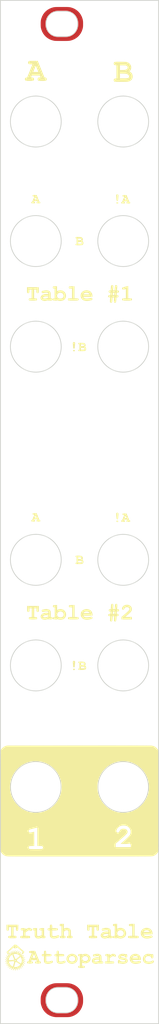
<source format=kicad_pcb>
(kicad_pcb (version 4) (host pcbnew 4.0.7)
  (layers (0 F.Cu signal) (31 B.Cu signal) (34 B.Paste user) (35 F.Paste user) (36 B.SilkS user) (37 F.SilkS user) (38 B.Mask user) (39 F.Mask user) (44 Edge.Cuts user))
  (net 0 "")
  (module LOGO (layer F.Cu) (at 0 0)
    (fp_text reference "G***" hide)
    (fp_text value "LOGO" hide)
    (fp_poly (pts (xy -2.850880 66.516698) (xy -2.718084 66.517137) (xy -2.603893 66.518074) (xy -2.506043 66.519673) (xy -2.422270 66.522099) (xy -2.350309 66.525517) (xy -2.287895 66.530091) (xy -2.232764 66.535987) (xy -2.182651 66.543369) (xy -2.135291 66.552403) (xy -2.088419 66.563252) (xy -2.039771 66.576081) (xy -1.987083 66.591055) (xy -1.930400 66.607660) (xy -1.720482 66.682309) (xy -1.522726 66.778605) (xy -1.338480 66.895212) (xy -1.169087 67.030794) (xy -1.015896 67.184017) (xy -0.880251 67.353545) (xy -0.763498 67.538043) (xy -0.666983 67.736177) (xy -0.596799 67.930740) (xy -0.568217 68.028513) (xy -0.545928 68.114928) (xy -0.529192 68.195599) (xy -0.517267 68.276141) (xy -0.509413 68.362168) (xy -0.504888 68.459294) (xy -0.502952 68.573134) (xy -0.502722 68.643500) (xy -0.503570 68.768719) (xy -0.506607 68.874191) (xy -0.512575 68.965526) (xy -0.522211 69.048336) (xy -0.536257 69.128231) (xy -0.555452 69.210822) (xy -0.580537 69.301720) (xy -0.596656 69.355788) (xy -0.673103 69.565066) (xy -0.771062 69.762269) (xy -0.889136 69.945989) (xy -1.025933 70.114820) (xy -1.180059 70.267356) (xy -1.350117 70.402191) (xy -1.534716 70.517918) (xy -1.732459 70.613131) (xy -1.905000 70.675395) (xy -1.962157 70.693034) (xy -2.012814 70.708249) (xy -2.059294 70.721228) (xy -2.103922 70.732159) (xy -2.149022 70.741227) (xy -2.196917 70.748621) (xy -2.249933 70.754527) (xy -2.310393 70.759132) (xy -2.380620 70.762623) (xy -2.462939 70.765188) (xy -2.559675 70.767012) (xy -2.673151 70.768284) (xy -2.805691 70.769190) (xy -2.959619 70.769918) (xy -3.086100 70.770441) (xy -3.228619 70.770957) (xy -3.364891 70.771313) (xy -3.492577 70.771512) (xy -3.609338 70.771557) (xy -3.712833 70.771450) (xy -3.800723 70.771193) (xy -3.870667 70.770791) (xy -3.920326 70.770244) (xy -3.947359 70.769558) (xy -3.949700 70.769415) (xy -4.168056 70.740780) (xy -4.384698 70.689017) (xy -4.594289 70.615668) (xy -4.774704 70.531292) (xy -4.966486 70.415413) (xy -5.141948 70.280514) (xy -5.300039 70.127875) (xy -5.439708 69.958776) (xy -5.559903 69.774496) (xy -5.659573 69.576315) (xy -5.737667 69.365511) (xy -5.740645 69.355788) (xy -5.769097 69.258409) (xy -5.791288 69.172208) (xy -5.807956 69.091591) (xy -5.819834 69.010966) (xy -5.827660 68.924739) (xy -5.832167 68.827319) (xy -5.834093 68.713111) (xy -5.834145 68.696819) (xy -5.163712 68.696819) (xy -5.157133 68.820673) (xy -5.129494 69.018959) (xy -5.079261 69.207191) (xy -5.007641 69.384023) (xy -4.915845 69.548114) (xy -4.805080 69.698120) (xy -4.676556 69.832696) (xy -4.531480 69.950499) (xy -4.371062 70.050186) (xy -4.196510 70.130413) (xy -4.009033 70.189836) (xy -3.905250 70.212361) (xy -3.871387 70.216145) (xy -3.815279 70.219515) (xy -3.740078 70.222459) (xy -3.648935 70.224967) (xy -3.545002 70.227028) (xy -3.431432 70.228631) (xy -3.311375 70.229766) (xy -3.187984 70.230422) (xy -3.064410 70.230588) (xy -2.943805 70.230254) (xy -2.829321 70.229409) (xy -2.724110 70.228042) (xy -2.631323 70.226142) (xy -2.554112 70.223699) (xy -2.495629 70.220702) (xy -2.459883 70.217271) (xy -2.408828 70.207528) (xy -2.343329 70.192096) (xy -2.273025 70.173359) (xy -2.225477 70.159354) (xy -2.048718 70.091721) (xy -1.883168 70.002320) (xy -1.730678 69.892997) (xy -1.593095 69.765595) (xy -1.472268 69.621959) (xy -1.370045 69.463934) (xy -1.288276 69.293363) (xy -1.249842 69.185898) (xy -1.225443 69.104310) (xy -1.207126 69.031991) (xy -1.194073 68.962757) (xy -1.185464 68.890426) (xy -1.180481 68.808814) (xy -1.178305 68.711740) (xy -1.178007 68.643500) (xy -1.178831 68.535548) (xy -1.181851 68.446825) (xy -1.187888 68.371192) (xy -1.197764 68.302516) (xy -1.212300 68.234659) (xy -1.232318 68.161488) (xy -1.250432 68.102559) (xy -1.320412 67.922604) (xy -1.411661 67.755352) (xy -1.522636 67.602327) (xy -1.651794 67.465058) (xy -1.797593 67.345070) (xy -1.958492 67.243892) (xy -2.132948 67.163050) (xy -2.235200 67.127475) (xy -2.304626 67.107619) (xy -2.377102 67.089505) (xy -2.442707 67.075489) (xy -2.480594 67.069194) (xy -2.518644 67.065978) (xy -2.578715 67.063218) (xy -2.657478 67.060913) (xy -2.751607 67.059063) (xy -2.857773 67.057667) (xy -2.972651 67.056724) (xy -3.092912 67.056235) (xy -3.215229 67.056198) (xy -3.336275 67.056613) (xy -3.452722 67.057480) (xy -3.561243 67.058797) (xy -3.658511 67.060565) (xy -3.741198 67.062783) (xy -3.805976 67.065450) (xy -3.849519 67.068566) (xy -3.856707 67.069416) (xy -3.957369 67.088400) (xy -4.069785 67.118558) (xy -4.184659 67.156849) (xy -4.292694 67.200229) (xy -4.368800 67.237006) (xy -4.490385 67.311040) (xy -4.610422 67.401158) (xy -4.723321 67.502277) (xy -4.823490 67.609315) (xy -4.905340 67.717190) (xy -4.917230 67.735564) (xy -5.011182 67.907218) (xy -5.082623 68.088343) (xy -5.131736 68.279766) (xy -5.158705 68.482316) (xy -5.163712 68.696819) (xy -5.834145 68.696819) (xy -5.834317 68.643500) (xy -5.833465 68.517846) (xy -5.830419 68.412003) (xy -5.824446 68.320425) (xy -5.814812 68.237565) (xy -5.800782 68.157875) (xy -5.781624 68.075810) (xy -5.756603 67.985823) (xy -5.740030 67.930793) (xy -5.662513 67.720159) (xy -5.563774 67.522242) (xy -5.445098 67.338336) (xy -5.307771 67.169737) (xy -5.153076 67.017738) (xy -4.982298 66.883636) (xy -4.796724 66.768725) (xy -4.597636 66.674300) (xy -4.435836 66.616336) (xy -4.375559 66.597658) (xy -4.321975 66.581484) (xy -4.272805 66.567632) (xy -4.225772 66.555921) (xy -4.178598 66.546171) (xy -4.129005 66.538200) (xy -4.074715 66.531827) (xy -4.013451 66.526871) (xy -3.942934 66.523152) (xy -3.860886 66.520488) (xy -3.765030 66.518698) (xy -3.653087 66.517602) (xy -3.522781 66.517018) (xy -3.371832 66.516765) (xy -3.197964 66.516663) (xy -3.181350 66.516655) (xy -3.004548 66.516593) (xy -2.850880 66.516698)) (layer F.Cu) (width 0.010000))
    (fp_poly (pts (xy -3.173371 -55.981353) (xy -2.993241 -55.981221) (xy -2.836254 -55.980831) (xy -2.700151 -55.980014) (xy -2.582674 -55.978601) (xy -2.481566 -55.976423) (xy -2.394568 -55.973311) (xy -2.319422 -55.969096) (xy -2.253872 -55.963608) (xy -2.195658 -55.956679) (xy -2.142524 -55.948139) (xy -2.092211 -55.937820) (xy -2.042461 -55.925552) (xy -1.991017 -55.911166) (xy -1.935621 -55.894493) (xy -1.910736 -55.886800) (xy -1.700059 -55.808441) (xy -1.502172 -55.708741) (xy -1.318350 -55.588964) (xy -1.149869 -55.450378) (xy -0.998003 -55.294250) (xy -0.864027 -55.121845) (xy -0.749216 -54.934431) (xy -0.654844 -54.733274) (xy -0.602185 -54.586727) (xy -0.573841 -54.494410) (xy -0.551466 -54.413301) (xy -0.534379 -54.338288) (xy -0.521897 -54.264263) (xy -0.513336 -54.186116) (xy -0.508014 -54.098737) (xy -0.505249 -53.997017) (xy -0.504358 -53.875845) (xy -0.504344 -53.854350) (xy -0.504968 -53.730883) (xy -0.507293 -53.627659) (xy -0.511997 -53.539543) (xy -0.519759 -53.461400) (xy -0.531258 -53.388093) (xy -0.547171 -53.314486) (xy -0.568179 -53.235445) (xy -0.594958 -53.145833) (xy -0.600184 -53.129018) (xy -0.678623 -52.919202) (xy -0.778438 -52.722174) (xy -0.898374 -52.539188) (xy -1.037177 -52.371499) (xy -1.193591 -52.220363) (xy -1.366362 -52.087035) (xy -1.554234 -51.972771) (xy -1.755953 -51.878825) (xy -1.902332 -51.826576) (xy -1.962390 -51.807919) (xy -2.017320 -51.791748) (xy -2.069394 -51.777888) (xy -2.120885 -51.766167) (xy -2.174065 -51.756410) (xy -2.231207 -51.748443) (xy -2.294582 -51.742092) (xy -2.366464 -51.737184) (xy -2.449125 -51.733544) (xy -2.544837 -51.730999) (xy -2.655872 -51.729375) (xy -2.784503 -51.728497) (xy -2.933003 -51.728193) (xy -3.103644 -51.728288) (xy -3.185176 -51.728409) (xy -3.368302 -51.728879) (xy -3.527589 -51.729668) (xy -3.664593 -51.730806) (xy -3.780873 -51.732324) (xy -3.877988 -51.734253) (xy -3.957495 -51.736624) (xy -4.020952 -51.739466) (xy -4.069919 -51.742812) (xy -4.105162 -51.746584) (xy -4.163111 -51.756721) (xy -4.236865 -51.772916) (xy -4.318136 -51.793180) (xy -4.398639 -51.815527) (xy -4.422662 -51.822726) (xy -4.632611 -51.899900) (xy -4.830113 -51.998565) (xy -5.013837 -52.117396) (xy -5.182451 -52.255070) (xy -5.334620 -52.410261) (xy -5.469014 -52.581646) (xy -5.584299 -52.767901) (xy -5.679144 -52.967700) (xy -5.737117 -53.129018) (xy -5.764956 -53.220960) (xy -5.786905 -53.301450) (xy -5.803645 -53.375624) (xy -5.815853 -53.448618) (xy -5.824208 -53.525566) (xy -5.829389 -53.611606) (xy -5.832074 -53.711872) (xy -5.832942 -53.831500) (xy -5.832957 -53.854350) (xy -5.832768 -53.890432) (xy -5.159262 -53.890432) (xy -5.159094 -53.798406) (xy -5.157372 -53.709893) (xy -5.154097 -53.630666) (xy -5.149269 -53.566497) (xy -5.144404 -53.530500) (xy -5.111201 -53.391125) (xy -5.064019 -53.247617) (xy -5.007056 -53.112068) (xy -4.981321 -53.060600) (xy -4.882822 -52.900936) (xy -4.764798 -52.755833) (xy -4.629456 -52.626707) (xy -4.479005 -52.514976) (xy -4.315654 -52.422056) (xy -4.141612 -52.349364) (xy -3.959085 -52.298316) (xy -3.770284 -52.270329) (xy -3.746500 -52.268533) (xy -3.704123 -52.266721) (xy -3.641831 -52.265491) (xy -3.562740 -52.264805) (xy -3.469962 -52.264620) (xy -3.366611 -52.264898) (xy -3.255801 -52.265596) (xy -3.140646 -52.266676) (xy -3.024260 -52.268097) (xy -2.909757 -52.269817) (xy -2.800250 -52.271798) (xy -2.698853 -52.273998) (xy -2.608679 -52.276376) (xy -2.532844 -52.278894) (xy -2.474460 -52.281509) (xy -2.436641 -52.284183) (xy -2.425700 -52.285670) (xy -2.228005 -52.338635) (xy -2.043389 -52.412101) (xy -1.873050 -52.505202) (xy -1.718186 -52.617068) (xy -1.579996 -52.746832) (xy -1.459677 -52.893625) (xy -1.358427 -53.056581) (xy -1.356285 -53.060600) (xy -1.301084 -53.177862) (xy -1.252208 -53.307175) (xy -1.213635 -53.437151) (xy -1.194733 -53.523308) (xy -1.190468 -53.559773) (xy -1.186749 -53.616205) (xy -1.183799 -53.687175) (xy -1.181842 -53.767252) (xy -1.181102 -53.851005) (xy -1.181100 -53.854350) (xy -1.181682 -53.959913) (xy -1.183891 -54.045758) (xy -1.188428 -54.117552) (xy -1.195992 -54.180960) (xy -1.207282 -54.241649) (xy -1.222997 -54.305285) (xy -1.243837 -54.377533) (xy -1.246928 -54.387750) (xy -1.313195 -54.563329) (xy -1.400918 -54.727390) (xy -1.508194 -54.878397) (xy -1.633121 -55.014808) (xy -1.773796 -55.135085) (xy -1.928317 -55.237689) (xy -2.094781 -55.321080) (xy -2.271286 -55.383719) (xy -2.455928 -55.424068) (xy -2.540774 -55.434506) (xy -2.596769 -55.438304) (xy -2.674173 -55.441460) (xy -2.769018 -55.443976) (xy -2.877337 -55.445849) (xy -2.995161 -55.447080) (xy -3.118522 -55.447669) (xy -3.243451 -55.447614) (xy -3.365981 -55.446916) (xy -3.482144 -55.445575) (xy -3.587971 -55.443589) (xy -3.679493 -55.440959) (xy -3.752744 -55.437684) (xy -3.795267 -55.434623) (xy -3.986477 -55.404442) (xy -4.168624 -55.351376) (xy -4.340260 -55.276775) (xy -4.499940 -55.181984) (xy -4.646216 -55.068352) (xy -4.777642 -54.937226) (xy -4.892770 -54.789953) (xy -4.990154 -54.627880) (xy -5.068346 -54.452356) (xy -5.125901 -54.264727) (xy -5.144404 -54.178200) (xy -5.150449 -54.129854) (xy -5.154940 -54.061929) (xy -5.157877 -53.980197) (xy -5.159262 -53.890432) (xy -5.832768 -53.890432) (xy -5.832302 -53.979102) (xy -5.829882 -54.083586) (xy -5.825015 -54.172913) (xy -5.817017 -54.252191) (xy -5.805207 -54.326532) (xy -5.788901 -54.401044) (xy -5.767417 -54.480837) (xy -5.740072 -54.571020) (xy -5.735116 -54.586727) (xy -5.655645 -54.796705) (xy -5.554937 -54.993728) (xy -5.434257 -55.176533) (xy -5.294870 -55.343856) (xy -5.138043 -55.494434) (xy -4.965039 -55.627004) (xy -4.777125 -55.740304) (xy -4.575566 -55.833069) (xy -4.437764 -55.881779) (xy -4.377134 -55.900593) (xy -4.322176 -55.916883) (xy -4.270590 -55.930830) (xy -4.220078 -55.942614) (xy -4.168340 -55.952417) (xy -4.113077 -55.960420) (xy -4.051991 -55.966804) (xy -3.982781 -55.971750) (xy -3.903149 -55.975439) (xy -3.810796 -55.978053) (xy -3.703422 -55.979771) (xy -3.578729 -55.980776) (xy -3.434417 -55.981248) (xy -3.268188 -55.981368) (xy -3.173371 -55.981353)) (layer F.Cu) (width 0.010000))
  )
  (module LOGO (layer F.Cu) (at 0 0)
    (fp_text reference "G***" hide)
    (fp_text value "LOGO" hide)
  )
  (module LOGO (layer F.Cu) (at 0 0)
    (fp_text reference "G***" hide)
    (fp_text value "LOGO" hide)
  )
  (gr_line (start -3.668080 -55.456741) (end -2.668080 -55.456741) (layer Edge.Cuts) (width 0.1))
  (gr_line (start -2.668080 -55.456741) (end -2.514290 -55.448741) (layer Edge.Cuts) (width 0.1))
  (gr_line (start -2.514290 -55.448741) (end -2.365039 -55.426141) (layer Edge.Cuts) (width 0.1))
  (gr_line (start -2.365039 -55.426141) (end -2.083127 -55.339041) (layer Edge.Cuts) (width 0.1))
  (gr_line (start -2.083127 -55.339041) (end -1.828285 -55.201061) (layer Edge.Cuts) (width 0.1))
  (gr_line (start -1.828285 -55.201061) (end -1.606455 -55.018181) (layer Edge.Cuts) (width 0.1))
  (gr_line (start -1.606455 -55.018181) (end -1.423578 -54.796351) (layer Edge.Cuts) (width 0.1))
  (gr_line (start -1.423578 -54.796351) (end -1.285596 -54.541511) (layer Edge.Cuts) (width 0.1))
  (gr_line (start -1.285596 -54.541511) (end -1.198446 -54.259601) (layer Edge.Cuts) (width 0.1))
  (gr_line (start -1.198446 -54.259601) (end -1.175796 -54.110351) (layer Edge.Cuts) (width 0.1))
  (gr_line (start -1.175796 -54.110351) (end -1.168096 -53.956561) (layer Edge.Cuts) (width 0.1))
  (gr_line (start -1.168096 -53.956561) (end -1.168096 -53.766561) (layer Edge.Cuts) (width 0.1))
  (gr_line (start -1.168096 -53.766561) (end -1.175796 -53.612771) (layer Edge.Cuts) (width 0.1))
  (gr_line (start -1.175796 -53.612771) (end -1.198446 -53.463521) (layer Edge.Cuts) (width 0.1))
  (gr_line (start -1.198446 -53.463521) (end -1.285596 -53.181611) (layer Edge.Cuts) (width 0.1))
  (gr_line (start -1.285596 -53.181611) (end -1.423578 -52.926761) (layer Edge.Cuts) (width 0.1))
  (gr_line (start -1.423578 -52.926761) (end -1.606455 -52.704931) (layer Edge.Cuts) (width 0.1))
  (gr_line (start -1.606455 -52.704931) (end -1.828285 -52.522061) (layer Edge.Cuts) (width 0.1))
  (gr_line (start -1.828285 -52.522061) (end -2.083127 -52.384081) (layer Edge.Cuts) (width 0.1))
  (gr_line (start -2.083127 -52.384081) (end -2.365039 -52.296881) (layer Edge.Cuts) (width 0.1))
  (gr_line (start -2.365039 -52.296881) (end -2.514290 -52.274281) (layer Edge.Cuts) (width 0.1))
  (gr_line (start -2.514290 -52.274281) (end -2.668080 -52.266281) (layer Edge.Cuts) (width 0.1))
  (gr_line (start -2.668080 -52.266281) (end -3.668080 -52.266281) (layer Edge.Cuts) (width 0.1))
  (gr_line (start -3.668080 -52.266281) (end -3.821870 -52.274281) (layer Edge.Cuts) (width 0.1))
  (gr_line (start -3.821870 -52.274281) (end -3.971121 -52.296881) (layer Edge.Cuts) (width 0.1))
  (gr_line (start -3.971121 -52.296881) (end -4.253033 -52.384081) (layer Edge.Cuts) (width 0.1))
  (gr_line (start -4.253033 -52.384081) (end -4.507875 -52.522061) (layer Edge.Cuts) (width 0.1))
  (gr_line (start -4.507875 -52.522061) (end -4.729705 -52.704931) (layer Edge.Cuts) (width 0.1))
  (gr_line (start -4.729705 -52.704931) (end -4.912582 -52.926761) (layer Edge.Cuts) (width 0.1))
  (gr_line (start -4.912582 -52.926761) (end -5.050564 -53.181611) (layer Edge.Cuts) (width 0.1))
  (gr_line (start -5.050564 -53.181611) (end -5.137714 -53.463521) (layer Edge.Cuts) (width 0.1))
  (gr_line (start -5.137714 -53.463521) (end -5.160364 -53.612771) (layer Edge.Cuts) (width 0.1))
  (gr_line (start -5.160364 -53.612771) (end -5.168064 -53.766561) (layer Edge.Cuts) (width 0.1))
  (gr_line (start -5.168064 -53.766561) (end -5.168064 -53.956561) (layer Edge.Cuts) (width 0.1))
  (gr_line (start -5.168064 -53.956561) (end -5.160364 -54.110351) (layer Edge.Cuts) (width 0.1))
  (gr_line (start -5.160364 -54.110351) (end -5.137714 -54.259601) (layer Edge.Cuts) (width 0.1))
  (gr_line (start -5.137714 -54.259601) (end -5.050564 -54.541511) (layer Edge.Cuts) (width 0.1))
  (gr_line (start -5.050564 -54.541511) (end -4.912582 -54.796351) (layer Edge.Cuts) (width 0.1))
  (gr_line (start -4.912582 -54.796351) (end -4.729705 -55.018181) (layer Edge.Cuts) (width 0.1))
  (gr_line (start -4.729705 -55.018181) (end -4.507875 -55.201061) (layer Edge.Cuts) (width 0.1))
  (gr_line (start -4.507875 -55.201061) (end -4.253033 -55.339041) (layer Edge.Cuts) (width 0.1))
  (gr_line (start -4.253033 -55.339041) (end -3.971121 -55.426141) (layer Edge.Cuts) (width 0.1))
  (gr_line (start -3.971121 -55.426141) (end -3.821870 -55.448741) (layer Edge.Cuts) (width 0.1))
  (gr_line (start -3.821870 -55.448741) (end -3.668080 -55.456741) (layer Edge.Cuts) (width 0.1))
  (gr_line (start -3.668080 -55.456741) (end -3.668080 -55.456741) (layer Edge.Cuts) (width 0.1))
  (gr_line (start -3.668080 -55.456741) (end -3.668080 -55.456741) (layer Edge.Cuts) (width 0.1))
  (gr_line (start -3.668053 67.042910) (end -2.668053 67.042910) (layer Edge.Cuts) (width 0.1))
  (gr_line (start -2.668053 67.042910) (end -2.514263 67.050910) (layer Edge.Cuts) (width 0.1))
  (gr_line (start -2.514263 67.050910) (end -2.365012 67.073510) (layer Edge.Cuts) (width 0.1))
  (gr_line (start -2.365012 67.073510) (end -2.083099 67.160710) (layer Edge.Cuts) (width 0.1))
  (gr_line (start -2.083099 67.160710) (end -1.828258 67.298690) (layer Edge.Cuts) (width 0.1))
  (gr_line (start -1.828258 67.298690) (end -1.606427 67.481560) (layer Edge.Cuts) (width 0.1))
  (gr_line (start -1.606427 67.481560) (end -1.423551 67.703390) (layer Edge.Cuts) (width 0.1))
  (gr_line (start -1.423551 67.703390) (end -1.285569 67.958240) (layer Edge.Cuts) (width 0.1))
  (gr_line (start -1.285569 67.958240) (end -1.198419 68.240150) (layer Edge.Cuts) (width 0.1))
  (gr_line (start -1.198419 68.240150) (end -1.175769 68.389400) (layer Edge.Cuts) (width 0.1))
  (gr_line (start -1.175769 68.389400) (end -1.168069 68.543190) (layer Edge.Cuts) (width 0.1))
  (gr_line (start -1.168069 68.543190) (end -1.168069 68.733190) (layer Edge.Cuts) (width 0.1))
  (gr_line (start -1.168069 68.733190) (end -1.175769 68.886980) (layer Edge.Cuts) (width 0.1))
  (gr_line (start -1.175769 68.886980) (end -1.198419 69.036230) (layer Edge.Cuts) (width 0.1))
  (gr_line (start -1.198419 69.036230) (end -1.285569 69.318140) (layer Edge.Cuts) (width 0.1))
  (gr_line (start -1.285569 69.318140) (end -1.423551 69.572980) (layer Edge.Cuts) (width 0.1))
  (gr_line (start -1.423551 69.572980) (end -1.606427 69.794810) (layer Edge.Cuts) (width 0.1))
  (gr_line (start -1.606427 69.794810) (end -1.828258 69.977690) (layer Edge.Cuts) (width 0.1))
  (gr_line (start -1.828258 69.977690) (end -2.083099 70.115670) (layer Edge.Cuts) (width 0.1))
  (gr_line (start -2.083099 70.115670) (end -2.365012 70.202870) (layer Edge.Cuts) (width 0.1))
  (gr_line (start -2.365012 70.202870) (end -2.514263 70.225470) (layer Edge.Cuts) (width 0.1))
  (gr_line (start -2.514263 70.225470) (end -2.668053 70.233470) (layer Edge.Cuts) (width 0.1))
  (gr_line (start -2.668053 70.233470) (end -3.668053 70.233470) (layer Edge.Cuts) (width 0.1))
  (gr_line (start -3.668053 70.233470) (end -3.821843 70.225470) (layer Edge.Cuts) (width 0.1))
  (gr_line (start -3.821843 70.225470) (end -3.971094 70.202870) (layer Edge.Cuts) (width 0.1))
  (gr_line (start -3.971094 70.202870) (end -4.253006 70.115670) (layer Edge.Cuts) (width 0.1))
  (gr_line (start -4.253006 70.115670) (end -4.507848 69.977690) (layer Edge.Cuts) (width 0.1))
  (gr_line (start -4.507848 69.977690) (end -4.729678 69.794810) (layer Edge.Cuts) (width 0.1))
  (gr_line (start -4.729678 69.794810) (end -4.912555 69.572980) (layer Edge.Cuts) (width 0.1))
  (gr_line (start -4.912555 69.572980) (end -5.050537 69.318140) (layer Edge.Cuts) (width 0.1))
  (gr_line (start -5.050537 69.318140) (end -5.137687 69.036230) (layer Edge.Cuts) (width 0.1))
  (gr_line (start -5.137687 69.036230) (end -5.160337 68.886980) (layer Edge.Cuts) (width 0.1))
  (gr_line (start -5.160337 68.886980) (end -5.168037 68.733190) (layer Edge.Cuts) (width 0.1))
  (gr_line (start -5.168037 68.733190) (end -5.168037 68.543190) (layer Edge.Cuts) (width 0.1))
  (gr_line (start -5.168037 68.543190) (end -5.160337 68.389400) (layer Edge.Cuts) (width 0.1))
  (gr_line (start -5.160337 68.389400) (end -5.137687 68.240150) (layer Edge.Cuts) (width 0.1))
  (gr_line (start -5.137687 68.240150) (end -5.050537 67.958240) (layer Edge.Cuts) (width 0.1))
  (gr_line (start -5.050537 67.958240) (end -4.912555 67.703390) (layer Edge.Cuts) (width 0.1))
  (gr_line (start -4.912555 67.703390) (end -4.729678 67.481560) (layer Edge.Cuts) (width 0.1))
  (gr_line (start -4.729678 67.481560) (end -4.507848 67.298690) (layer Edge.Cuts) (width 0.1))
  (gr_line (start -4.507848 67.298690) (end -4.253006 67.160710) (layer Edge.Cuts) (width 0.1))
  (gr_line (start -4.253006 67.160710) (end -3.971094 67.073510) (layer Edge.Cuts) (width 0.1))
  (gr_line (start -3.971094 67.073510) (end -3.821843 67.050910) (layer Edge.Cuts) (width 0.1))
  (gr_line (start -3.821843 67.050910) (end -3.668053 67.042910) (layer Edge.Cuts) (width 0.1))
  (gr_line (start -3.668053 67.042910) (end -3.668053 67.042910) (layer Edge.Cuts) (width 0.1))
  (gr_line (start -3.668053 67.042910) (end -3.668053 67.042910) (layer Edge.Cuts) (width 0.1))
  (gr_line (start -10.900251 -56.812561) (end 8.999747 -56.812561) (layer Edge.Cuts) (width 0.1))
  (gr_line (start 8.999747 -56.812561) (end 8.999747 71.587430) (layer Edge.Cuts) (width 0.1))
  (gr_line (start 8.999747 71.587430) (end -10.900251 71.587430) (layer Edge.Cuts) (width 0.1))
  (gr_line (start -10.900251 71.587430) (end -10.900251 -56.812561) (layer Edge.Cuts) (width 0.1))
  (gr_line (start -10.900251 -56.812561) (end -10.900251 -56.812561) (layer Edge.Cuts) (width 0.1))
  (gr_line (start -3.250172 -41.612711) (end -3.265832 -41.296431) (layer Edge.Cuts) (width 0.1))
  (gr_line (start -3.265832 -41.296431) (end -3.312232 -40.985511) (layer Edge.Cuts) (width 0.1))
  (gr_line (start -3.312232 -40.985511) (end -3.388502 -40.682041) (layer Edge.Cuts) (width 0.1))
  (gr_line (start -3.388502 -40.682041) (end -3.493766 -40.388121) (layer Edge.Cuts) (width 0.1))
  (gr_line (start -3.493766 -40.388121) (end -3.627162 -40.105861) (layer Edge.Cuts) (width 0.1))
  (gr_line (start -3.627162 -40.105861) (end -3.787819 -39.837351) (layer Edge.Cuts) (width 0.1))
  (gr_line (start -3.787819 -39.837351) (end -3.974867 -39.584691) (layer Edge.Cuts) (width 0.1))
  (gr_line (start -3.974867 -39.584691) (end -4.187439 -39.349971) (layer Edge.Cuts) (width 0.1))
  (gr_line (start -4.187439 -39.349971) (end -4.422155 -39.137401) (layer Edge.Cuts) (width 0.1))
  (gr_line (start -4.422155 -39.137401) (end -4.674818 -38.950351) (layer Edge.Cuts) (width 0.1))
  (gr_line (start -4.674818 -38.950351) (end -4.943331 -38.789691) (layer Edge.Cuts) (width 0.1))
  (gr_line (start -4.943331 -38.789691) (end -5.225594 -38.656301) (layer Edge.Cuts) (width 0.1))
  (gr_line (start -5.225594 -38.656301) (end -5.519509 -38.551031) (layer Edge.Cuts) (width 0.1))
  (gr_line (start -5.519509 -38.551031) (end -5.822977 -38.474731) (layer Edge.Cuts) (width 0.1))
  (gr_line (start -5.822977 -38.474731) (end -6.133900 -38.428331) (layer Edge.Cuts) (width 0.1))
  (gr_line (start -6.133900 -38.428331) (end -6.450181 -38.412631) (layer Edge.Cuts) (width 0.1))
  (gr_line (start -6.450181 -38.412631) (end -6.766462 -38.428331) (layer Edge.Cuts) (width 0.1))
  (gr_line (start -6.766462 -38.428331) (end -7.077385 -38.474731) (layer Edge.Cuts) (width 0.1))
  (gr_line (start -7.077385 -38.474731) (end -7.380853 -38.551031) (layer Edge.Cuts) (width 0.1))
  (gr_line (start -7.380853 -38.551031) (end -7.674768 -38.656301) (layer Edge.Cuts) (width 0.1))
  (gr_line (start -7.674768 -38.656301) (end -7.957030 -38.789691) (layer Edge.Cuts) (width 0.1))
  (gr_line (start -7.957030 -38.789691) (end -8.225543 -38.950351) (layer Edge.Cuts) (width 0.1))
  (gr_line (start -8.225543 -38.950351) (end -8.478206 -39.137401) (layer Edge.Cuts) (width 0.1))
  (gr_line (start -8.478206 -39.137401) (end -8.712923 -39.349971) (layer Edge.Cuts) (width 0.1))
  (gr_line (start -8.712923 -39.349971) (end -8.925495 -39.584691) (layer Edge.Cuts) (width 0.1))
  (gr_line (start -8.925495 -39.584691) (end -9.112543 -39.837351) (layer Edge.Cuts) (width 0.1))
  (gr_line (start -9.112543 -39.837351) (end -9.273200 -40.105861) (layer Edge.Cuts) (width 0.1))
  (gr_line (start -9.273200 -40.105861) (end -9.406596 -40.388121) (layer Edge.Cuts) (width 0.1))
  (gr_line (start -9.406596 -40.388121) (end -9.511860 -40.682041) (layer Edge.Cuts) (width 0.1))
  (gr_line (start -9.511860 -40.682041) (end -9.588130 -40.985511) (layer Edge.Cuts) (width 0.1))
  (gr_line (start -9.588130 -40.985511) (end -9.634530 -41.296431) (layer Edge.Cuts) (width 0.1))
  (gr_line (start -9.634530 -41.296431) (end -9.650190 -41.612711) (layer Edge.Cuts) (width 0.1))
  (gr_line (start -9.650190 -41.612711) (end -9.634530 -41.928991) (layer Edge.Cuts) (width 0.1))
  (gr_line (start -9.634530 -41.928991) (end -9.588130 -42.239911) (layer Edge.Cuts) (width 0.1))
  (gr_line (start -9.588130 -42.239911) (end -9.511860 -42.543381) (layer Edge.Cuts) (width 0.1))
  (gr_line (start -9.511860 -42.543381) (end -9.406596 -42.837301) (layer Edge.Cuts) (width 0.1))
  (gr_line (start -9.406596 -42.837301) (end -9.273200 -43.119561) (layer Edge.Cuts) (width 0.1))
  (gr_line (start -9.273200 -43.119561) (end -9.112543 -43.388071) (layer Edge.Cuts) (width 0.1))
  (gr_line (start -9.112543 -43.388071) (end -8.925495 -43.640741) (layer Edge.Cuts) (width 0.1))
  (gr_line (start -8.925495 -43.640741) (end -8.712923 -43.875451) (layer Edge.Cuts) (width 0.1))
  (gr_line (start -8.712923 -43.875451) (end -8.478206 -44.088021) (layer Edge.Cuts) (width 0.1))
  (gr_line (start -8.478206 -44.088021) (end -8.225543 -44.275071) (layer Edge.Cuts) (width 0.1))
  (gr_line (start -8.225543 -44.275071) (end -7.957030 -44.435731) (layer Edge.Cuts) (width 0.1))
  (gr_line (start -7.957030 -44.435731) (end -7.674768 -44.569131) (layer Edge.Cuts) (width 0.1))
  (gr_line (start -7.674768 -44.569131) (end -7.380853 -44.674391) (layer Edge.Cuts) (width 0.1))
  (gr_line (start -7.380853 -44.674391) (end -7.077385 -44.750691) (layer Edge.Cuts) (width 0.1))
  (gr_line (start -7.077385 -44.750691) (end -6.766462 -44.797091) (layer Edge.Cuts) (width 0.1))
  (gr_line (start -6.766462 -44.797091) (end -6.450181 -44.812791) (layer Edge.Cuts) (width 0.1))
  (gr_line (start -6.450181 -44.812791) (end -6.133900 -44.797091) (layer Edge.Cuts) (width 0.1))
  (gr_line (start -6.133900 -44.797091) (end -5.822977 -44.750691) (layer Edge.Cuts) (width 0.1))
  (gr_line (start -5.822977 -44.750691) (end -5.519509 -44.674391) (layer Edge.Cuts) (width 0.1))
  (gr_line (start -5.519509 -44.674391) (end -5.225594 -44.569131) (layer Edge.Cuts) (width 0.1))
  (gr_line (start -5.225594 -44.569131) (end -4.943331 -44.435731) (layer Edge.Cuts) (width 0.1))
  (gr_line (start -4.943331 -44.435731) (end -4.674818 -44.275071) (layer Edge.Cuts) (width 0.1))
  (gr_line (start -4.674818 -44.275071) (end -4.422155 -44.088021) (layer Edge.Cuts) (width 0.1))
  (gr_line (start -4.422155 -44.088021) (end -4.187439 -43.875451) (layer Edge.Cuts) (width 0.1))
  (gr_line (start -4.187439 -43.875451) (end -3.974867 -43.640741) (layer Edge.Cuts) (width 0.1))
  (gr_line (start -3.974867 -43.640741) (end -3.787819 -43.388071) (layer Edge.Cuts) (width 0.1))
  (gr_line (start -3.787819 -43.388071) (end -3.627162 -43.119561) (layer Edge.Cuts) (width 0.1))
  (gr_line (start -3.627162 -43.119561) (end -3.493766 -42.837301) (layer Edge.Cuts) (width 0.1))
  (gr_line (start -3.493766 -42.837301) (end -3.388502 -42.543381) (layer Edge.Cuts) (width 0.1))
  (gr_line (start -3.388502 -42.543381) (end -3.312232 -42.239911) (layer Edge.Cuts) (width 0.1))
  (gr_line (start -3.312232 -42.239911) (end -3.265832 -41.928991) (layer Edge.Cuts) (width 0.1))
  (gr_line (start -3.265832 -41.928991) (end -3.250172 -41.612711) (layer Edge.Cuts) (width 0.1))
  (gr_line (start -3.250172 -41.612711) (end -3.250172 -41.612711) (layer Edge.Cuts) (width 0.1))
  (gr_line (start -3.250172 -41.612711) (end -3.250172 -41.612711) (layer Edge.Cuts) (width 0.1))
  (gr_line (start -3.250173 41.887300) (end -3.265833 42.203580) (layer Edge.Cuts) (width 0.1))
  (gr_line (start -3.265833 42.203580) (end -3.312233 42.514500) (layer Edge.Cuts) (width 0.1))
  (gr_line (start -3.312233 42.514500) (end -3.388503 42.817970) (layer Edge.Cuts) (width 0.1))
  (gr_line (start -3.388503 42.817970) (end -3.493768 43.111880) (layer Edge.Cuts) (width 0.1))
  (gr_line (start -3.493768 43.111880) (end -3.627163 43.394140) (layer Edge.Cuts) (width 0.1))
  (gr_line (start -3.627163 43.394140) (end -3.787820 43.662660) (layer Edge.Cuts) (width 0.1))
  (gr_line (start -3.787820 43.662660) (end -3.974868 43.915320) (layer Edge.Cuts) (width 0.1))
  (gr_line (start -3.974868 43.915320) (end -4.187440 44.150040) (layer Edge.Cuts) (width 0.1))
  (gr_line (start -4.187440 44.150040) (end -4.422157 44.362610) (layer Edge.Cuts) (width 0.1))
  (gr_line (start -4.422157 44.362610) (end -4.674821 44.549660) (layer Edge.Cuts) (width 0.1))
  (gr_line (start -4.674821 44.549660) (end -4.943333 44.710310) (layer Edge.Cuts) (width 0.1))
  (gr_line (start -4.943333 44.710310) (end -5.225595 44.843710) (layer Edge.Cuts) (width 0.1))
  (gr_line (start -5.225595 44.843710) (end -5.519510 44.948970) (layer Edge.Cuts) (width 0.1))
  (gr_line (start -5.519510 44.948970) (end -5.822978 45.025270) (layer Edge.Cuts) (width 0.1))
  (gr_line (start -5.822978 45.025270) (end -6.133901 45.071670) (layer Edge.Cuts) (width 0.1))
  (gr_line (start -6.133901 45.071670) (end -6.450181 45.087370) (layer Edge.Cuts) (width 0.1))
  (gr_line (start -6.450181 45.087370) (end -6.766462 45.071670) (layer Edge.Cuts) (width 0.1))
  (gr_line (start -6.766462 45.071670) (end -7.077385 45.025270) (layer Edge.Cuts) (width 0.1))
  (gr_line (start -7.077385 45.025270) (end -7.380853 44.948970) (layer Edge.Cuts) (width 0.1))
  (gr_line (start -7.380853 44.948970) (end -7.674768 44.843710) (layer Edge.Cuts) (width 0.1))
  (gr_line (start -7.674768 44.843710) (end -7.957030 44.710310) (layer Edge.Cuts) (width 0.1))
  (gr_line (start -7.957030 44.710310) (end -8.225543 44.549660) (layer Edge.Cuts) (width 0.1))
  (gr_line (start -8.225543 44.549660) (end -8.478206 44.362610) (layer Edge.Cuts) (width 0.1))
  (gr_line (start -8.478206 44.362610) (end -8.712923 44.150040) (layer Edge.Cuts) (width 0.1))
  (gr_line (start -8.712923 44.150040) (end -8.925495 43.915320) (layer Edge.Cuts) (width 0.1))
  (gr_line (start -8.925495 43.915320) (end -9.112543 43.662660) (layer Edge.Cuts) (width 0.1))
  (gr_line (start -9.112543 43.662660) (end -9.273200 43.394140) (layer Edge.Cuts) (width 0.1))
  (gr_line (start -9.273200 43.394140) (end -9.406596 43.111880) (layer Edge.Cuts) (width 0.1))
  (gr_line (start -9.406596 43.111880) (end -9.511860 42.817970) (layer Edge.Cuts) (width 0.1))
  (gr_line (start -9.511860 42.817970) (end -9.588130 42.514500) (layer Edge.Cuts) (width 0.1))
  (gr_line (start -9.588130 42.514500) (end -9.634530 42.203580) (layer Edge.Cuts) (width 0.1))
  (gr_line (start -9.634530 42.203580) (end -9.650190 41.887300) (layer Edge.Cuts) (width 0.1))
  (gr_line (start -9.650190 41.887300) (end -9.634530 41.571010) (layer Edge.Cuts) (width 0.1))
  (gr_line (start -9.634530 41.571010) (end -9.588130 41.260090) (layer Edge.Cuts) (width 0.1))
  (gr_line (start -9.588130 41.260090) (end -9.511860 40.956620) (layer Edge.Cuts) (width 0.1))
  (gr_line (start -9.511860 40.956620) (end -9.406596 40.662710) (layer Edge.Cuts) (width 0.1))
  (gr_line (start -9.406596 40.662710) (end -9.273200 40.380450) (layer Edge.Cuts) (width 0.1))
  (gr_line (start -9.273200 40.380450) (end -9.112543 40.111930) (layer Edge.Cuts) (width 0.1))
  (gr_line (start -9.112543 40.111930) (end -8.925495 39.859270) (layer Edge.Cuts) (width 0.1))
  (gr_line (start -8.925495 39.859270) (end -8.712923 39.624550) (layer Edge.Cuts) (width 0.1))
  (gr_line (start -8.712923 39.624550) (end -8.478206 39.411980) (layer Edge.Cuts) (width 0.1))
  (gr_line (start -8.478206 39.411980) (end -8.225543 39.224930) (layer Edge.Cuts) (width 0.1))
  (gr_line (start -8.225543 39.224930) (end -7.957030 39.064280) (layer Edge.Cuts) (width 0.1))
  (gr_line (start -7.957030 39.064280) (end -7.674768 38.930880) (layer Edge.Cuts) (width 0.1))
  (gr_line (start -7.674768 38.930880) (end -7.380853 38.825620) (layer Edge.Cuts) (width 0.1))
  (gr_line (start -7.380853 38.825620) (end -7.077385 38.749320) (layer Edge.Cuts) (width 0.1))
  (gr_line (start -7.077385 38.749320) (end -6.766462 38.702920) (layer Edge.Cuts) (width 0.1))
  (gr_line (start -6.766462 38.702920) (end -6.450181 38.687220) (layer Edge.Cuts) (width 0.1))
  (gr_line (start -6.450181 38.687220) (end -6.133900 38.702920) (layer Edge.Cuts) (width 0.1))
  (gr_line (start -6.133900 38.702920) (end -5.822977 38.749320) (layer Edge.Cuts) (width 0.1))
  (gr_line (start -5.822977 38.749320) (end -5.519509 38.825620) (layer Edge.Cuts) (width 0.1))
  (gr_line (start -5.519509 38.825620) (end -5.225594 38.930880) (layer Edge.Cuts) (width 0.1))
  (gr_line (start -5.225594 38.930880) (end -4.943332 39.064280) (layer Edge.Cuts) (width 0.1))
  (gr_line (start -4.943332 39.064280) (end -4.674819 39.224930) (layer Edge.Cuts) (width 0.1))
  (gr_line (start -4.674819 39.224930) (end -4.422156 39.411980) (layer Edge.Cuts) (width 0.1))
  (gr_line (start -4.422156 39.411980) (end -4.187440 39.624550) (layer Edge.Cuts) (width 0.1))
  (gr_line (start -4.187440 39.624550) (end -3.974867 39.859270) (layer Edge.Cuts) (width 0.1))
  (gr_line (start -3.974867 39.859270) (end -3.787819 40.111930) (layer Edge.Cuts) (width 0.1))
  (gr_line (start -3.787819 40.111930) (end -3.627163 40.380450) (layer Edge.Cuts) (width 0.1))
  (gr_line (start -3.627163 40.380450) (end -3.493767 40.662710) (layer Edge.Cuts) (width 0.1))
  (gr_line (start -3.493767 40.662710) (end -3.388502 40.956620) (layer Edge.Cuts) (width 0.1))
  (gr_line (start -3.388502 40.956620) (end -3.312232 41.260090) (layer Edge.Cuts) (width 0.1))
  (gr_line (start -3.312232 41.260090) (end -3.265832 41.571010) (layer Edge.Cuts) (width 0.1))
  (gr_line (start -3.265832 41.571010) (end -3.250172 41.887300) (layer Edge.Cuts) (width 0.1))
  (gr_line (start -3.250172 41.887300) (end -3.250172 41.887300) (layer Edge.Cuts) (width 0.1))
  (gr_line (start -3.250172 41.887300) (end -3.250173 41.887300) (layer Edge.Cuts) (width 0.1))
  (gr_line (start 7.749693 -41.612631) (end 7.734083 -41.296351) (layer Edge.Cuts) (width 0.1))
  (gr_line (start 7.734083 -41.296351) (end 7.687673 -40.985441) (layer Edge.Cuts) (width 0.1))
  (gr_line (start 7.687673 -40.985441) (end 7.611393 -40.681981) (layer Edge.Cuts) (width 0.1))
  (gr_line (start 7.611393 -40.681981) (end 7.506132 -40.388071) (layer Edge.Cuts) (width 0.1))
  (gr_line (start 7.506132 -40.388071) (end 7.372743 -40.105811) (layer Edge.Cuts) (width 0.1))
  (gr_line (start 7.372743 -40.105811) (end 7.212089 -39.837311) (layer Edge.Cuts) (width 0.1))
  (gr_line (start 7.212089 -39.837311) (end 7.025044 -39.584651) (layer Edge.Cuts) (width 0.1))
  (gr_line (start 7.025044 -39.584651) (end 6.812472 -39.349941) (layer Edge.Cuts) (width 0.1))
  (gr_line (start 6.812472 -39.349941) (end 6.577758 -39.137381) (layer Edge.Cuts) (width 0.1))
  (gr_line (start 6.577758 -39.137381) (end 6.325099 -38.950331) (layer Edge.Cuts) (width 0.1))
  (gr_line (start 6.325099 -38.950331) (end 6.056590 -38.789691) (layer Edge.Cuts) (width 0.1))
  (gr_line (start 6.056590 -38.789691) (end 5.774332 -38.656291) (layer Edge.Cuts) (width 0.1))
  (gr_line (start 5.774332 -38.656291) (end 5.480421 -38.551031) (layer Edge.Cuts) (width 0.1))
  (gr_line (start 5.480421 -38.551031) (end 5.176958 -38.474731) (layer Edge.Cuts) (width 0.1))
  (gr_line (start 5.176958 -38.474731) (end 4.866040 -38.428331) (layer Edge.Cuts) (width 0.1))
  (gr_line (start 4.866040 -38.428331) (end 4.549765 -38.412631) (layer Edge.Cuts) (width 0.1))
  (gr_line (start 4.549765 -38.412631) (end 4.233489 -38.428331) (layer Edge.Cuts) (width 0.1))
  (gr_line (start 4.233489 -38.428331) (end 3.922570 -38.474731) (layer Edge.Cuts) (width 0.1))
  (gr_line (start 3.922570 -38.474731) (end 3.619107 -38.551031) (layer Edge.Cuts) (width 0.1))
  (gr_line (start 3.619107 -38.551031) (end 3.325204 -38.656291) (layer Edge.Cuts) (width 0.1))
  (gr_line (start 3.325204 -38.656291) (end 3.042947 -38.789691) (layer Edge.Cuts) (width 0.1))
  (gr_line (start 3.042947 -38.789691) (end 2.774437 -38.950331) (layer Edge.Cuts) (width 0.1))
  (gr_line (start 2.774437 -38.950331) (end 2.521779 -39.137381) (layer Edge.Cuts) (width 0.1))
  (gr_line (start 2.521779 -39.137381) (end 2.287066 -39.349941) (layer Edge.Cuts) (width 0.1))
  (gr_line (start 2.287066 -39.349941) (end 2.074496 -39.584651) (layer Edge.Cuts) (width 0.1))
  (gr_line (start 2.074496 -39.584651) (end 1.887452 -39.837311) (layer Edge.Cuts) (width 0.1))
  (gr_line (start 1.887452 -39.837311) (end 1.726797 -40.105811) (layer Edge.Cuts) (width 0.1))
  (gr_line (start 1.726797 -40.105811) (end 1.593403 -40.388071) (layer Edge.Cuts) (width 0.1))
  (gr_line (start 1.593403 -40.388071) (end 1.488140 -40.681981) (layer Edge.Cuts) (width 0.1))
  (gr_line (start 1.488140 -40.681981) (end 1.411870 -40.985441) (layer Edge.Cuts) (width 0.1))
  (gr_line (start 1.411870 -40.985441) (end 1.365470 -41.296351) (layer Edge.Cuts) (width 0.1))
  (gr_line (start 1.365470 -41.296351) (end 1.349810 -41.612631) (layer Edge.Cuts) (width 0.1))
  (gr_line (start 1.349810 -41.612631) (end 1.365470 -41.928891) (layer Edge.Cuts) (width 0.1))
  (gr_line (start 1.365470 -41.928891) (end 1.411870 -42.239811) (layer Edge.Cuts) (width 0.1))
  (gr_line (start 1.411870 -42.239811) (end 1.488140 -42.543261) (layer Edge.Cuts) (width 0.1))
  (gr_line (start 1.488140 -42.543261) (end 1.593403 -42.837181) (layer Edge.Cuts) (width 0.1))
  (gr_line (start 1.593403 -42.837181) (end 1.726797 -43.119431) (layer Edge.Cuts) (width 0.1))
  (gr_line (start 1.726797 -43.119431) (end 1.887452 -43.387931) (layer Edge.Cuts) (width 0.1))
  (gr_line (start 1.887452 -43.387931) (end 2.074496 -43.640591) (layer Edge.Cuts) (width 0.1))
  (gr_line (start 2.074496 -43.640591) (end 2.287066 -43.875301) (layer Edge.Cuts) (width 0.1))
  (gr_line (start 2.287066 -43.875301) (end 2.521779 -44.087861) (layer Edge.Cuts) (width 0.1))
  (gr_line (start 2.521779 -44.087861) (end 2.774437 -44.274911) (layer Edge.Cuts) (width 0.1))
  (gr_line (start 2.774437 -44.274911) (end 3.042947 -44.435561) (layer Edge.Cuts) (width 0.1))
  (gr_line (start 3.042947 -44.435561) (end 3.325204 -44.568951) (layer Edge.Cuts) (width 0.1))
  (gr_line (start 3.325204 -44.568951) (end 3.619115 -44.674211) (layer Edge.Cuts) (width 0.1))
  (gr_line (start 3.619115 -44.674211) (end 3.922578 -44.750511) (layer Edge.Cuts) (width 0.1))
  (gr_line (start 3.922578 -44.750511) (end 4.233496 -44.796911) (layer Edge.Cuts) (width 0.1))
  (gr_line (start 4.233496 -44.796911) (end 4.549773 -44.812511) (layer Edge.Cuts) (width 0.1))
  (gr_line (start 4.549773 -44.812511) (end 4.866049 -44.796911) (layer Edge.Cuts) (width 0.1))
  (gr_line (start 4.866049 -44.796911) (end 5.176967 -44.750511) (layer Edge.Cuts) (width 0.1))
  (gr_line (start 5.176967 -44.750511) (end 5.480431 -44.674211) (layer Edge.Cuts) (width 0.1))
  (gr_line (start 5.480431 -44.674211) (end 5.774341 -44.568951) (layer Edge.Cuts) (width 0.1))
  (gr_line (start 5.774341 -44.568951) (end 6.056599 -44.435561) (layer Edge.Cuts) (width 0.1))
  (gr_line (start 6.056599 -44.435561) (end 6.325107 -44.274911) (layer Edge.Cuts) (width 0.1))
  (gr_line (start 6.325107 -44.274911) (end 6.577766 -44.087861) (layer Edge.Cuts) (width 0.1))
  (gr_line (start 6.577766 -44.087861) (end 6.812483 -43.875301) (layer Edge.Cuts) (width 0.1))
  (gr_line (start 6.812483 -43.875301) (end 7.025044 -43.640591) (layer Edge.Cuts) (width 0.1))
  (gr_line (start 7.025044 -43.640591) (end 7.212099 -43.387931) (layer Edge.Cuts) (width 0.1))
  (gr_line (start 7.212099 -43.387931) (end 7.372753 -43.119431) (layer Edge.Cuts) (width 0.1))
  (gr_line (start 7.372753 -43.119431) (end 7.506142 -42.837181) (layer Edge.Cuts) (width 0.1))
  (gr_line (start 7.506142 -42.837181) (end 7.611403 -42.543261) (layer Edge.Cuts) (width 0.1))
  (gr_line (start 7.611403 -42.543261) (end 7.687683 -42.239811) (layer Edge.Cuts) (width 0.1))
  (gr_line (start 7.687683 -42.239811) (end 7.734093 -41.928891) (layer Edge.Cuts) (width 0.1))
  (gr_line (start 7.734093 -41.928891) (end 7.749803 -41.612631) (layer Edge.Cuts) (width 0.1))
  (gr_line (start 7.749803 -41.612631) (end 7.749803 -41.612631) (layer Edge.Cuts) (width 0.1))
  (gr_line (start 7.749803 -41.612631) (end 7.749693 -41.612631) (layer Edge.Cuts) (width 0.1))
  (gr_line (start -3.250172 -26.612711) (end -3.265832 -26.296431) (layer Edge.Cuts) (width 0.1))
  (gr_line (start -3.265832 -26.296431) (end -3.312232 -25.985501) (layer Edge.Cuts) (width 0.1))
  (gr_line (start -3.312232 -25.985501) (end -3.388502 -25.682031) (layer Edge.Cuts) (width 0.1))
  (gr_line (start -3.388502 -25.682031) (end -3.493766 -25.388121) (layer Edge.Cuts) (width 0.1))
  (gr_line (start -3.493766 -25.388121) (end -3.627162 -25.105861) (layer Edge.Cuts) (width 0.1))
  (gr_line (start -3.627162 -25.105861) (end -3.787819 -24.837351) (layer Edge.Cuts) (width 0.1))
  (gr_line (start -3.787819 -24.837351) (end -3.974867 -24.584681) (layer Edge.Cuts) (width 0.1))
  (gr_line (start -3.974867 -24.584681) (end -4.187439 -24.349971) (layer Edge.Cuts) (width 0.1))
  (gr_line (start -4.187439 -24.349971) (end -4.422156 -24.137391) (layer Edge.Cuts) (width 0.1))
  (gr_line (start -4.422156 -24.137391) (end -4.674819 -23.950351) (layer Edge.Cuts) (width 0.1))
  (gr_line (start -4.674819 -23.950351) (end -4.943332 -23.789691) (layer Edge.Cuts) (width 0.1))
  (gr_line (start -4.943332 -23.789691) (end -5.225594 -23.656291) (layer Edge.Cuts) (width 0.1))
  (gr_line (start -5.225594 -23.656291) (end -5.519509 -23.551031) (layer Edge.Cuts) (width 0.1))
  (gr_line (start -5.519509 -23.551031) (end -5.822977 -23.474731) (layer Edge.Cuts) (width 0.1))
  (gr_line (start -5.822977 -23.474731) (end -6.133900 -23.428331) (layer Edge.Cuts) (width 0.1))
  (gr_line (start -6.133900 -23.428331) (end -6.450180 -23.412631) (layer Edge.Cuts) (width 0.1))
  (gr_line (start -6.450180 -23.412631) (end -6.766461 -23.428331) (layer Edge.Cuts) (width 0.1))
  (gr_line (start -6.766461 -23.428331) (end -7.077384 -23.474731) (layer Edge.Cuts) (width 0.1))
  (gr_line (start -7.077384 -23.474731) (end -7.380852 -23.551031) (layer Edge.Cuts) (width 0.1))
  (gr_line (start -7.380852 -23.551031) (end -7.674768 -23.656291) (layer Edge.Cuts) (width 0.1))
  (gr_line (start -7.674768 -23.656291) (end -7.957030 -23.789691) (layer Edge.Cuts) (width 0.1))
  (gr_line (start -7.957030 -23.789691) (end -8.225543 -23.950351) (layer Edge.Cuts) (width 0.1))
  (gr_line (start -8.225543 -23.950351) (end -8.478206 -24.137391) (layer Edge.Cuts) (width 0.1))
  (gr_line (start -8.478206 -24.137391) (end -8.712923 -24.349971) (layer Edge.Cuts) (width 0.1))
  (gr_line (start -8.712923 -24.349971) (end -8.925495 -24.584681) (layer Edge.Cuts) (width 0.1))
  (gr_line (start -8.925495 -24.584681) (end -9.112543 -24.837351) (layer Edge.Cuts) (width 0.1))
  (gr_line (start -9.112543 -24.837351) (end -9.273200 -25.105861) (layer Edge.Cuts) (width 0.1))
  (gr_line (start -9.273200 -25.105861) (end -9.406595 -25.388121) (layer Edge.Cuts) (width 0.1))
  (gr_line (start -9.406595 -25.388121) (end -9.511859 -25.682031) (layer Edge.Cuts) (width 0.1))
  (gr_line (start -9.511859 -25.682031) (end -9.588129 -25.985501) (layer Edge.Cuts) (width 0.1))
  (gr_line (start -9.588129 -25.985501) (end -9.634529 -26.296431) (layer Edge.Cuts) (width 0.1))
  (gr_line (start -9.634529 -26.296431) (end -9.650189 -26.612711) (layer Edge.Cuts) (width 0.1))
  (gr_line (start -9.650189 -26.612711) (end -9.634529 -26.928991) (layer Edge.Cuts) (width 0.1))
  (gr_line (start -9.634529 -26.928991) (end -9.588129 -27.239911) (layer Edge.Cuts) (width 0.1))
  (gr_line (start -9.588129 -27.239911) (end -9.511859 -27.543381) (layer Edge.Cuts) (width 0.1))
  (gr_line (start -9.511859 -27.543381) (end -9.406595 -27.837291) (layer Edge.Cuts) (width 0.1))
  (gr_line (start -9.406595 -27.837291) (end -9.273200 -28.119561) (layer Edge.Cuts) (width 0.1))
  (gr_line (start -9.273200 -28.119561) (end -9.112543 -28.388071) (layer Edge.Cuts) (width 0.1))
  (gr_line (start -9.112543 -28.388071) (end -8.925495 -28.640731) (layer Edge.Cuts) (width 0.1))
  (gr_line (start -8.925495 -28.640731) (end -8.712923 -28.875451) (layer Edge.Cuts) (width 0.1))
  (gr_line (start -8.712923 -28.875451) (end -8.478206 -29.088021) (layer Edge.Cuts) (width 0.1))
  (gr_line (start -8.478206 -29.088021) (end -8.225543 -29.275071) (layer Edge.Cuts) (width 0.1))
  (gr_line (start -8.225543 -29.275071) (end -7.957030 -29.435731) (layer Edge.Cuts) (width 0.1))
  (gr_line (start -7.957030 -29.435731) (end -7.674768 -29.569121) (layer Edge.Cuts) (width 0.1))
  (gr_line (start -7.674768 -29.569121) (end -7.380853 -29.674391) (layer Edge.Cuts) (width 0.1))
  (gr_line (start -7.380853 -29.674391) (end -7.077385 -29.750691) (layer Edge.Cuts) (width 0.1))
  (gr_line (start -7.077385 -29.750691) (end -6.766462 -29.797091) (layer Edge.Cuts) (width 0.1))
  (gr_line (start -6.766462 -29.797091) (end -6.450181 -29.812791) (layer Edge.Cuts) (width 0.1))
  (gr_line (start -6.450181 -29.812791) (end -6.133900 -29.797091) (layer Edge.Cuts) (width 0.1))
  (gr_line (start -6.133900 -29.797091) (end -5.822977 -29.750691) (layer Edge.Cuts) (width 0.1))
  (gr_line (start -5.822977 -29.750691) (end -5.519509 -29.674391) (layer Edge.Cuts) (width 0.1))
  (gr_line (start -5.519509 -29.674391) (end -5.225594 -29.569121) (layer Edge.Cuts) (width 0.1))
  (gr_line (start -5.225594 -29.569121) (end -4.943332 -29.435731) (layer Edge.Cuts) (width 0.1))
  (gr_line (start -4.943332 -29.435731) (end -4.674819 -29.275071) (layer Edge.Cuts) (width 0.1))
  (gr_line (start -4.674819 -29.275071) (end -4.422156 -29.088021) (layer Edge.Cuts) (width 0.1))
  (gr_line (start -4.422156 -29.088021) (end -4.187439 -28.875451) (layer Edge.Cuts) (width 0.1))
  (gr_line (start -4.187439 -28.875451) (end -3.974867 -28.640731) (layer Edge.Cuts) (width 0.1))
  (gr_line (start -3.974867 -28.640731) (end -3.787819 -28.388071) (layer Edge.Cuts) (width 0.1))
  (gr_line (start -3.787819 -28.388071) (end -3.627162 -28.119561) (layer Edge.Cuts) (width 0.1))
  (gr_line (start -3.627162 -28.119561) (end -3.493766 -27.837291) (layer Edge.Cuts) (width 0.1))
  (gr_line (start -3.493766 -27.837291) (end -3.388502 -27.543381) (layer Edge.Cuts) (width 0.1))
  (gr_line (start -3.388502 -27.543381) (end -3.312232 -27.239911) (layer Edge.Cuts) (width 0.1))
  (gr_line (start -3.312232 -27.239911) (end -3.265832 -26.928991) (layer Edge.Cuts) (width 0.1))
  (gr_line (start -3.265832 -26.928991) (end -3.250172 -26.612711) (layer Edge.Cuts) (width 0.1))
  (gr_line (start -3.250172 -26.612711) (end -3.250172 -26.612711) (layer Edge.Cuts) (width 0.1))
  (gr_line (start -3.250172 -26.612711) (end -3.250172 -26.612711) (layer Edge.Cuts) (width 0.1))
  (gr_line (start -3.250172 -13.362711) (end -3.265832 -13.046431) (layer Edge.Cuts) (width 0.1))
  (gr_line (start -3.265832 -13.046431) (end -3.312232 -12.735511) (layer Edge.Cuts) (width 0.1))
  (gr_line (start -3.312232 -12.735511) (end -3.388502 -12.432041) (layer Edge.Cuts) (width 0.1))
  (gr_line (start -3.388502 -12.432041) (end -3.493767 -12.138131) (layer Edge.Cuts) (width 0.1))
  (gr_line (start -3.493767 -12.138131) (end -3.627163 -11.855871) (layer Edge.Cuts) (width 0.1))
  (gr_line (start -3.627163 -11.855871) (end -3.787819 -11.587351) (layer Edge.Cuts) (width 0.1))
  (gr_line (start -3.787819 -11.587351) (end -3.974867 -11.334691) (layer Edge.Cuts) (width 0.1))
  (gr_line (start -3.974867 -11.334691) (end -4.187440 -11.099971) (layer Edge.Cuts) (width 0.1))
  (gr_line (start -4.187440 -11.099971) (end -4.422157 -10.887401) (layer Edge.Cuts) (width 0.1))
  (gr_line (start -4.422157 -10.887401) (end -4.674820 -10.700351) (layer Edge.Cuts) (width 0.1))
  (gr_line (start -4.674820 -10.700351) (end -4.943333 -10.539701) (layer Edge.Cuts) (width 0.1))
  (gr_line (start -4.943333 -10.539701) (end -5.225595 -10.406301) (layer Edge.Cuts) (width 0.1))
  (gr_line (start -5.225595 -10.406301) (end -5.519510 -10.301031) (layer Edge.Cuts) (width 0.1))
  (gr_line (start -5.519510 -10.301031) (end -5.822978 -10.224731) (layer Edge.Cuts) (width 0.1))
  (gr_line (start -5.822978 -10.224731) (end -6.133901 -10.178331) (layer Edge.Cuts) (width 0.1))
  (gr_line (start -6.133901 -10.178331) (end -6.450181 -10.162631) (layer Edge.Cuts) (width 0.1))
  (gr_line (start -6.450181 -10.162631) (end -6.766463 -10.178331) (layer Edge.Cuts) (width 0.1))
  (gr_line (start -6.766463 -10.178331) (end -7.077385 -10.224731) (layer Edge.Cuts) (width 0.1))
  (gr_line (start -7.077385 -10.224731) (end -7.380853 -10.301031) (layer Edge.Cuts) (width 0.1))
  (gr_line (start -7.380853 -10.301031) (end -7.674769 -10.406301) (layer Edge.Cuts) (width 0.1))
  (gr_line (start -7.674769 -10.406301) (end -7.957031 -10.539701) (layer Edge.Cuts) (width 0.1))
  (gr_line (start -7.957031 -10.539701) (end -8.225544 -10.700351) (layer Edge.Cuts) (width 0.1))
  (gr_line (start -8.225544 -10.700351) (end -8.478207 -10.887401) (layer Edge.Cuts) (width 0.1))
  (gr_line (start -8.478207 -10.887401) (end -8.712924 -11.099971) (layer Edge.Cuts) (width 0.1))
  (gr_line (start -8.712924 -11.099971) (end -8.925496 -11.334691) (layer Edge.Cuts) (width 0.1))
  (gr_line (start -8.925496 -11.334691) (end -9.112543 -11.587351) (layer Edge.Cuts) (width 0.1))
  (gr_line (start -9.112543 -11.587351) (end -9.273200 -11.855871) (layer Edge.Cuts) (width 0.1))
  (gr_line (start -9.273200 -11.855871) (end -9.406596 -12.138131) (layer Edge.Cuts) (width 0.1))
  (gr_line (start -9.406596 -12.138131) (end -9.511860 -12.432041) (layer Edge.Cuts) (width 0.1))
  (gr_line (start -9.511860 -12.432041) (end -9.588130 -12.735511) (layer Edge.Cuts) (width 0.1))
  (gr_line (start -9.588130 -12.735511) (end -9.634530 -13.046431) (layer Edge.Cuts) (width 0.1))
  (gr_line (start -9.634530 -13.046431) (end -9.650190 -13.362711) (layer Edge.Cuts) (width 0.1))
  (gr_line (start -9.650190 -13.362711) (end -9.634530 -13.679001) (layer Edge.Cuts) (width 0.1))
  (gr_line (start -9.634530 -13.679001) (end -9.588130 -13.989921) (layer Edge.Cuts) (width 0.1))
  (gr_line (start -9.588130 -13.989921) (end -9.511860 -14.293391) (layer Edge.Cuts) (width 0.1))
  (gr_line (start -9.511860 -14.293391) (end -9.406596 -14.587301) (layer Edge.Cuts) (width 0.1))
  (gr_line (start -9.406596 -14.587301) (end -9.273200 -14.869561) (layer Edge.Cuts) (width 0.1))
  (gr_line (start -9.273200 -14.869561) (end -9.112543 -15.138081) (layer Edge.Cuts) (width 0.1))
  (gr_line (start -9.112543 -15.138081) (end -8.925496 -15.390741) (layer Edge.Cuts) (width 0.1))
  (gr_line (start -8.925496 -15.390741) (end -8.712924 -15.625461) (layer Edge.Cuts) (width 0.1))
  (gr_line (start -8.712924 -15.625461) (end -8.478207 -15.838031) (layer Edge.Cuts) (width 0.1))
  (gr_line (start -8.478207 -15.838031) (end -8.225544 -16.025081) (layer Edge.Cuts) (width 0.1))
  (gr_line (start -8.225544 -16.025081) (end -7.957031 -16.185731) (layer Edge.Cuts) (width 0.1))
  (gr_line (start -7.957031 -16.185731) (end -7.674769 -16.319131) (layer Edge.Cuts) (width 0.1))
  (gr_line (start -7.674769 -16.319131) (end -7.380854 -16.424401) (layer Edge.Cuts) (width 0.1))
  (gr_line (start -7.380854 -16.424401) (end -7.077386 -16.500701) (layer Edge.Cuts) (width 0.1))
  (gr_line (start -7.077386 -16.500701) (end -6.766463 -16.547101) (layer Edge.Cuts) (width 0.1))
  (gr_line (start -6.766463 -16.547101) (end -6.450182 -16.562801) (layer Edge.Cuts) (width 0.1))
  (gr_line (start -6.450182 -16.562801) (end -6.133901 -16.547101) (layer Edge.Cuts) (width 0.1))
  (gr_line (start -6.133901 -16.547101) (end -5.822978 -16.500701) (layer Edge.Cuts) (width 0.1))
  (gr_line (start -5.822978 -16.500701) (end -5.519510 -16.424401) (layer Edge.Cuts) (width 0.1))
  (gr_line (start -5.519510 -16.424401) (end -5.225595 -16.319131) (layer Edge.Cuts) (width 0.1))
  (gr_line (start -5.225595 -16.319131) (end -4.943333 -16.185731) (layer Edge.Cuts) (width 0.1))
  (gr_line (start -4.943333 -16.185731) (end -4.674820 -16.025081) (layer Edge.Cuts) (width 0.1))
  (gr_line (start -4.674820 -16.025081) (end -4.422157 -15.838031) (layer Edge.Cuts) (width 0.1))
  (gr_line (start -4.422157 -15.838031) (end -4.187440 -15.625461) (layer Edge.Cuts) (width 0.1))
  (gr_line (start -4.187440 -15.625461) (end -3.974867 -15.390741) (layer Edge.Cuts) (width 0.1))
  (gr_line (start -3.974867 -15.390741) (end -3.787819 -15.138081) (layer Edge.Cuts) (width 0.1))
  (gr_line (start -3.787819 -15.138081) (end -3.627163 -14.869561) (layer Edge.Cuts) (width 0.1))
  (gr_line (start -3.627163 -14.869561) (end -3.493767 -14.587301) (layer Edge.Cuts) (width 0.1))
  (gr_line (start -3.493767 -14.587301) (end -3.388502 -14.293391) (layer Edge.Cuts) (width 0.1))
  (gr_line (start -3.388502 -14.293391) (end -3.312232 -13.989921) (layer Edge.Cuts) (width 0.1))
  (gr_line (start -3.312232 -13.989921) (end -3.265832 -13.679001) (layer Edge.Cuts) (width 0.1))
  (gr_line (start -3.265832 -13.679001) (end -3.250172 -13.362711) (layer Edge.Cuts) (width 0.1))
  (gr_line (start -3.250172 -13.362711) (end -3.250172 -13.362711) (layer Edge.Cuts) (width 0.1))
  (gr_line (start -3.250172 -13.362711) (end -3.250172 -13.362711) (layer Edge.Cuts) (width 0.1))
  (gr_line (start 7.749792 -26.612621) (end 7.734082 -26.296341) (layer Edge.Cuts) (width 0.1))
  (gr_line (start 7.734082 -26.296341) (end 7.687672 -25.985431) (layer Edge.Cuts) (width 0.1))
  (gr_line (start 7.687672 -25.985431) (end 7.611392 -25.681971) (layer Edge.Cuts) (width 0.1))
  (gr_line (start 7.611392 -25.681971) (end 7.506132 -25.388061) (layer Edge.Cuts) (width 0.1))
  (gr_line (start 7.506132 -25.388061) (end 7.372732 -25.105801) (layer Edge.Cuts) (width 0.1))
  (gr_line (start 7.372732 -25.105801) (end 7.212078 -24.837311) (layer Edge.Cuts) (width 0.1))
  (gr_line (start 7.212078 -24.837311) (end 7.025034 -24.584651) (layer Edge.Cuts) (width 0.1))
  (gr_line (start 7.025034 -24.584651) (end 6.812473 -24.349941) (layer Edge.Cuts) (width 0.1))
  (gr_line (start 6.812473 -24.349941) (end 6.577754 -24.137371) (layer Edge.Cuts) (width 0.1))
  (gr_line (start 6.577754 -24.137371) (end 6.325095 -23.950321) (layer Edge.Cuts) (width 0.1))
  (gr_line (start 6.325095 -23.950321) (end 6.056586 -23.789681) (layer Edge.Cuts) (width 0.1))
  (gr_line (start 6.056586 -23.789681) (end 5.774328 -23.656281) (layer Edge.Cuts) (width 0.1))
  (gr_line (start 5.774328 -23.656281) (end 5.480419 -23.551031) (layer Edge.Cuts) (width 0.1))
  (gr_line (start 5.480419 -23.551031) (end 5.176956 -23.474731) (layer Edge.Cuts) (width 0.1))
  (gr_line (start 5.176956 -23.474731) (end 4.866038 -23.428331) (layer Edge.Cuts) (width 0.1))
  (gr_line (start 4.866038 -23.428331) (end 4.549764 -23.412631) (layer Edge.Cuts) (width 0.1))
  (gr_line (start 4.549764 -23.412631) (end 4.233488 -23.428331) (layer Edge.Cuts) (width 0.1))
  (gr_line (start 4.233488 -23.428331) (end 3.922568 -23.474731) (layer Edge.Cuts) (width 0.1))
  (gr_line (start 3.922568 -23.474731) (end 3.619105 -23.551031) (layer Edge.Cuts) (width 0.1))
  (gr_line (start 3.619105 -23.551031) (end 3.325203 -23.656281) (layer Edge.Cuts) (width 0.1))
  (gr_line (start 3.325203 -23.656281) (end 3.042946 -23.789681) (layer Edge.Cuts) (width 0.1))
  (gr_line (start 3.042946 -23.789681) (end 2.774436 -23.950321) (layer Edge.Cuts) (width 0.1))
  (gr_line (start 2.774436 -23.950321) (end 2.521778 -24.137371) (layer Edge.Cuts) (width 0.1))
  (gr_line (start 2.521778 -24.137371) (end 2.287065 -24.349941) (layer Edge.Cuts) (width 0.1))
  (gr_line (start 2.287065 -24.349941) (end 2.074496 -24.584651) (layer Edge.Cuts) (width 0.1))
  (gr_line (start 2.074496 -24.584651) (end 1.887451 -24.837311) (layer Edge.Cuts) (width 0.1))
  (gr_line (start 1.887451 -24.837311) (end 1.726796 -25.105801) (layer Edge.Cuts) (width 0.1))
  (gr_line (start 1.726796 -25.105801) (end 1.593403 -25.388061) (layer Edge.Cuts) (width 0.1))
  (gr_line (start 1.593403 -25.388061) (end 1.488140 -25.681971) (layer Edge.Cuts) (width 0.1))
  (gr_line (start 1.488140 -25.681971) (end 1.411870 -25.985431) (layer Edge.Cuts) (width 0.1))
  (gr_line (start 1.411870 -25.985431) (end 1.365470 -26.296341) (layer Edge.Cuts) (width 0.1))
  (gr_line (start 1.365470 -26.296341) (end 1.349810 -26.612621) (layer Edge.Cuts) (width 0.1))
  (gr_line (start 1.349810 -26.612621) (end 1.365470 -26.928881) (layer Edge.Cuts) (width 0.1))
  (gr_line (start 1.365470 -26.928881) (end 1.411870 -27.239801) (layer Edge.Cuts) (width 0.1))
  (gr_line (start 1.411870 -27.239801) (end 1.488140 -27.543261) (layer Edge.Cuts) (width 0.1))
  (gr_line (start 1.488140 -27.543261) (end 1.593403 -27.837171) (layer Edge.Cuts) (width 0.1))
  (gr_line (start 1.593403 -27.837171) (end 1.726796 -28.119421) (layer Edge.Cuts) (width 0.1))
  (gr_line (start 1.726796 -28.119421) (end 1.887451 -28.387921) (layer Edge.Cuts) (width 0.1))
  (gr_line (start 1.887451 -28.387921) (end 2.074496 -28.640581) (layer Edge.Cuts) (width 0.1))
  (gr_line (start 2.074496 -28.640581) (end 2.287065 -28.875291) (layer Edge.Cuts) (width 0.1))
  (gr_line (start 2.287065 -28.875291) (end 2.521778 -29.087861) (layer Edge.Cuts) (width 0.1))
  (gr_line (start 2.521778 -29.087861) (end 2.774436 -29.274901) (layer Edge.Cuts) (width 0.1))
  (gr_line (start 2.774436 -29.274901) (end 3.042946 -29.435551) (layer Edge.Cuts) (width 0.1))
  (gr_line (start 3.042946 -29.435551) (end 3.325203 -29.568941) (layer Edge.Cuts) (width 0.1))
  (gr_line (start 3.325203 -29.568941) (end 3.619113 -29.674201) (layer Edge.Cuts) (width 0.1))
  (gr_line (start 3.619113 -29.674201) (end 3.922576 -29.750501) (layer Edge.Cuts) (width 0.1))
  (gr_line (start 3.922576 -29.750501) (end 4.233494 -29.796901) (layer Edge.Cuts) (width 0.1))
  (gr_line (start 4.233494 -29.796901) (end 4.549770 -29.812501) (layer Edge.Cuts) (width 0.1))
  (gr_line (start 4.549770 -29.812501) (end 4.866047 -29.796901) (layer Edge.Cuts) (width 0.1))
  (gr_line (start 4.866047 -29.796901) (end 5.176964 -29.750501) (layer Edge.Cuts) (width 0.1))
  (gr_line (start 5.176964 -29.750501) (end 5.480428 -29.674201) (layer Edge.Cuts) (width 0.1))
  (gr_line (start 5.480428 -29.674201) (end 5.774338 -29.568941) (layer Edge.Cuts) (width 0.1))
  (gr_line (start 5.774338 -29.568941) (end 6.056596 -29.435551) (layer Edge.Cuts) (width 0.1))
  (gr_line (start 6.056596 -29.435551) (end 6.325104 -29.274901) (layer Edge.Cuts) (width 0.1))
  (gr_line (start 6.325104 -29.274901) (end 6.577762 -29.087861) (layer Edge.Cuts) (width 0.1))
  (gr_line (start 6.577762 -29.087861) (end 6.812473 -28.875291) (layer Edge.Cuts) (width 0.1))
  (gr_line (start 6.812473 -28.875291) (end 7.025044 -28.640581) (layer Edge.Cuts) (width 0.1))
  (gr_line (start 7.025044 -28.640581) (end 7.212089 -28.387921) (layer Edge.Cuts) (width 0.1))
  (gr_line (start 7.212089 -28.387921) (end 7.372742 -28.119421) (layer Edge.Cuts) (width 0.1))
  (gr_line (start 7.372742 -28.119421) (end 7.506142 -27.837171) (layer Edge.Cuts) (width 0.1))
  (gr_line (start 7.506142 -27.837171) (end 7.611403 -27.543261) (layer Edge.Cuts) (width 0.1))
  (gr_line (start 7.611403 -27.543261) (end 7.687683 -27.239801) (layer Edge.Cuts) (width 0.1))
  (gr_line (start 7.687683 -27.239801) (end 7.734093 -26.928881) (layer Edge.Cuts) (width 0.1))
  (gr_line (start 7.734093 -26.928881) (end 7.749803 -26.612621) (layer Edge.Cuts) (width 0.1))
  (gr_line (start 7.749803 -26.612621) (end 7.749803 -26.612621) (layer Edge.Cuts) (width 0.1))
  (gr_line (start 7.749803 -26.612621) (end 7.749792 -26.612621) (layer Edge.Cuts) (width 0.1))
  (gr_line (start 7.749693 -13.362611) (end 7.734083 -13.046351) (layer Edge.Cuts) (width 0.1))
  (gr_line (start 7.734083 -13.046351) (end 7.687673 -12.735441) (layer Edge.Cuts) (width 0.1))
  (gr_line (start 7.687673 -12.735441) (end 7.611393 -12.431981) (layer Edge.Cuts) (width 0.1))
  (gr_line (start 7.611393 -12.431981) (end 7.506132 -12.138061) (layer Edge.Cuts) (width 0.1))
  (gr_line (start 7.506132 -12.138061) (end 7.372743 -11.855801) (layer Edge.Cuts) (width 0.1))
  (gr_line (start 7.372743 -11.855801) (end 7.212089 -11.587311) (layer Edge.Cuts) (width 0.1))
  (gr_line (start 7.212089 -11.587311) (end 7.025044 -11.334661) (layer Edge.Cuts) (width 0.1))
  (gr_line (start 7.025044 -11.334661) (end 6.812472 -11.099941) (layer Edge.Cuts) (width 0.1))
  (gr_line (start 6.812472 -11.099941) (end 6.577759 -10.887381) (layer Edge.Cuts) (width 0.1))
  (gr_line (start 6.577759 -10.887381) (end 6.325100 -10.700341) (layer Edge.Cuts) (width 0.1))
  (gr_line (start 6.325100 -10.700341) (end 6.056591 -10.539671) (layer Edge.Cuts) (width 0.1))
  (gr_line (start 6.056591 -10.539671) (end 5.774333 -10.406281) (layer Edge.Cuts) (width 0.1))
  (gr_line (start 5.774333 -10.406281) (end 5.480423 -10.301031) (layer Edge.Cuts) (width 0.1))
  (gr_line (start 5.480423 -10.301031) (end 5.176959 -10.224731) (layer Edge.Cuts) (width 0.1))
  (gr_line (start 5.176959 -10.224731) (end 4.866041 -10.178331) (layer Edge.Cuts) (width 0.1))
  (gr_line (start 4.866041 -10.178331) (end 4.549766 -10.162631) (layer Edge.Cuts) (width 0.1))
  (gr_line (start 4.549766 -10.162631) (end 4.233490 -10.178331) (layer Edge.Cuts) (width 0.1))
  (gr_line (start 4.233490 -10.178331) (end 3.922570 -10.224731) (layer Edge.Cuts) (width 0.1))
  (gr_line (start 3.922570 -10.224731) (end 3.619107 -10.301031) (layer Edge.Cuts) (width 0.1))
  (gr_line (start 3.619107 -10.301031) (end 3.325204 -10.406281) (layer Edge.Cuts) (width 0.1))
  (gr_line (start 3.325204 -10.406281) (end 3.042947 -10.539671) (layer Edge.Cuts) (width 0.1))
  (gr_line (start 3.042947 -10.539671) (end 2.774437 -10.700341) (layer Edge.Cuts) (width 0.1))
  (gr_line (start 2.774437 -10.700341) (end 2.521779 -10.887381) (layer Edge.Cuts) (width 0.1))
  (gr_line (start 2.521779 -10.887381) (end 2.287066 -11.099941) (layer Edge.Cuts) (width 0.1))
  (gr_line (start 2.287066 -11.099941) (end 2.074496 -11.334661) (layer Edge.Cuts) (width 0.1))
  (gr_line (start 2.074496 -11.334661) (end 1.887452 -11.587311) (layer Edge.Cuts) (width 0.1))
  (gr_line (start 1.887452 -11.587311) (end 1.726797 -11.855801) (layer Edge.Cuts) (width 0.1))
  (gr_line (start 1.726797 -11.855801) (end 1.593403 -12.138061) (layer Edge.Cuts) (width 0.1))
  (gr_line (start 1.593403 -12.138061) (end 1.488140 -12.431981) (layer Edge.Cuts) (width 0.1))
  (gr_line (start 1.488140 -12.431981) (end 1.411870 -12.735441) (layer Edge.Cuts) (width 0.1))
  (gr_line (start 1.411870 -12.735441) (end 1.365470 -13.046351) (layer Edge.Cuts) (width 0.1))
  (gr_line (start 1.365470 -13.046351) (end 1.349810 -13.362611) (layer Edge.Cuts) (width 0.1))
  (gr_line (start 1.349810 -13.362611) (end 1.365470 -13.678891) (layer Edge.Cuts) (width 0.1))
  (gr_line (start 1.365470 -13.678891) (end 1.411870 -13.989811) (layer Edge.Cuts) (width 0.1))
  (gr_line (start 1.411870 -13.989811) (end 1.488140 -14.293261) (layer Edge.Cuts) (width 0.1))
  (gr_line (start 1.488140 -14.293261) (end 1.593403 -14.587171) (layer Edge.Cuts) (width 0.1))
  (gr_line (start 1.593403 -14.587171) (end 1.726797 -14.869431) (layer Edge.Cuts) (width 0.1))
  (gr_line (start 1.726797 -14.869431) (end 1.887452 -15.137931) (layer Edge.Cuts) (width 0.1))
  (gr_line (start 1.887452 -15.137931) (end 2.074496 -15.390591) (layer Edge.Cuts) (width 0.1))
  (gr_line (start 2.074496 -15.390591) (end 2.287066 -15.625301) (layer Edge.Cuts) (width 0.1))
  (gr_line (start 2.287066 -15.625301) (end 2.521779 -15.837861) (layer Edge.Cuts) (width 0.1))
  (gr_line (start 2.521779 -15.837861) (end 2.774437 -16.024911) (layer Edge.Cuts) (width 0.1))
  (gr_line (start 2.774437 -16.024911) (end 3.042947 -16.185551) (layer Edge.Cuts) (width 0.1))
  (gr_line (start 3.042947 -16.185551) (end 3.325204 -16.318941) (layer Edge.Cuts) (width 0.1))
  (gr_line (start 3.325204 -16.318941) (end 3.619115 -16.424211) (layer Edge.Cuts) (width 0.1))
  (gr_line (start 3.619115 -16.424211) (end 3.922578 -16.500511) (layer Edge.Cuts) (width 0.1))
  (gr_line (start 3.922578 -16.500511) (end 4.233496 -16.546911) (layer Edge.Cuts) (width 0.1))
  (gr_line (start 4.233496 -16.546911) (end 4.549773 -16.562511) (layer Edge.Cuts) (width 0.1))
  (gr_line (start 4.549773 -16.562511) (end 4.866049 -16.546911) (layer Edge.Cuts) (width 0.1))
  (gr_line (start 4.866049 -16.546911) (end 5.176967 -16.500511) (layer Edge.Cuts) (width 0.1))
  (gr_line (start 5.176967 -16.500511) (end 5.480431 -16.424211) (layer Edge.Cuts) (width 0.1))
  (gr_line (start 5.480431 -16.424211) (end 5.774341 -16.318941) (layer Edge.Cuts) (width 0.1))
  (gr_line (start 5.774341 -16.318941) (end 6.056599 -16.185551) (layer Edge.Cuts) (width 0.1))
  (gr_line (start 6.056599 -16.185551) (end 6.325108 -16.024911) (layer Edge.Cuts) (width 0.1))
  (gr_line (start 6.325108 -16.024911) (end 6.577766 -15.837861) (layer Edge.Cuts) (width 0.1))
  (gr_line (start 6.577766 -15.837861) (end 6.812483 -15.625301) (layer Edge.Cuts) (width 0.1))
  (gr_line (start 6.812483 -15.625301) (end 7.025044 -15.390591) (layer Edge.Cuts) (width 0.1))
  (gr_line (start 7.025044 -15.390591) (end 7.212099 -15.137931) (layer Edge.Cuts) (width 0.1))
  (gr_line (start 7.212099 -15.137931) (end 7.372753 -14.869431) (layer Edge.Cuts) (width 0.1))
  (gr_line (start 7.372753 -14.869431) (end 7.506142 -14.587171) (layer Edge.Cuts) (width 0.1))
  (gr_line (start 7.506142 -14.587171) (end 7.611403 -14.293261) (layer Edge.Cuts) (width 0.1))
  (gr_line (start 7.611403 -14.293261) (end 7.687683 -13.989811) (layer Edge.Cuts) (width 0.1))
  (gr_line (start 7.687683 -13.989811) (end 7.734093 -13.678891) (layer Edge.Cuts) (width 0.1))
  (gr_line (start 7.734093 -13.678891) (end 7.749803 -13.362611) (layer Edge.Cuts) (width 0.1))
  (gr_line (start 7.749803 -13.362611) (end 7.749803 -13.362611) (layer Edge.Cuts) (width 0.1))
  (gr_line (start 7.749803 -13.362611) (end 7.749693 -13.362611) (layer Edge.Cuts) (width 0.1))
  (gr_line (start 7.749693 41.887380) (end 7.734083 42.203660) (layer Edge.Cuts) (width 0.1))
  (gr_line (start 7.734083 42.203660) (end 7.687673 42.514560) (layer Edge.Cuts) (width 0.1))
  (gr_line (start 7.687673 42.514560) (end 7.611393 42.818030) (layer Edge.Cuts) (width 0.1))
  (gr_line (start 7.611393 42.818030) (end 7.506132 43.111930) (layer Edge.Cuts) (width 0.1))
  (gr_line (start 7.506132 43.111930) (end 7.372743 43.394190) (layer Edge.Cuts) (width 0.1))
  (gr_line (start 7.372743 43.394190) (end 7.212089 43.662690) (layer Edge.Cuts) (width 0.1))
  (gr_line (start 7.212089 43.662690) (end 7.025044 43.915340) (layer Edge.Cuts) (width 0.1))
  (gr_line (start 7.025044 43.915340) (end 6.812472 44.150050) (layer Edge.Cuts) (width 0.1))
  (gr_line (start 6.812472 44.150050) (end 6.577759 44.362630) (layer Edge.Cuts) (width 0.1))
  (gr_line (start 6.577759 44.362630) (end 6.325100 44.549660) (layer Edge.Cuts) (width 0.1))
  (gr_line (start 6.325100 44.549660) (end 6.056591 44.710320) (layer Edge.Cuts) (width 0.1))
  (gr_line (start 6.056591 44.710320) (end 5.774333 44.843710) (layer Edge.Cuts) (width 0.1))
  (gr_line (start 5.774333 44.843710) (end 5.480423 44.948970) (layer Edge.Cuts) (width 0.1))
  (gr_line (start 5.480423 44.948970) (end 5.176959 45.025270) (layer Edge.Cuts) (width 0.1))
  (gr_line (start 5.176959 45.025270) (end 4.866041 45.071670) (layer Edge.Cuts) (width 0.1))
  (gr_line (start 4.866041 45.071670) (end 4.549766 45.087370) (layer Edge.Cuts) (width 0.1))
  (gr_line (start 4.549766 45.087370) (end 4.233490 45.071670) (layer Edge.Cuts) (width 0.1))
  (gr_line (start 4.233490 45.071670) (end 3.922570 45.025270) (layer Edge.Cuts) (width 0.1))
  (gr_line (start 3.922570 45.025270) (end 3.619108 44.948970) (layer Edge.Cuts) (width 0.1))
  (gr_line (start 3.619108 44.948970) (end 3.325205 44.843710) (layer Edge.Cuts) (width 0.1))
  (gr_line (start 3.325205 44.843710) (end 3.042948 44.710320) (layer Edge.Cuts) (width 0.1))
  (gr_line (start 3.042948 44.710320) (end 2.774438 44.549660) (layer Edge.Cuts) (width 0.1))
  (gr_line (start 2.774438 44.549660) (end 2.521780 44.362630) (layer Edge.Cuts) (width 0.1))
  (gr_line (start 2.521780 44.362630) (end 2.287067 44.150050) (layer Edge.Cuts) (width 0.1))
  (gr_line (start 2.287067 44.150050) (end 2.074497 43.915340) (layer Edge.Cuts) (width 0.1))
  (gr_line (start 2.074497 43.915340) (end 1.887453 43.662690) (layer Edge.Cuts) (width 0.1))
  (gr_line (start 1.887453 43.662690) (end 1.726798 43.394190) (layer Edge.Cuts) (width 0.1))
  (gr_line (start 1.726798 43.394190) (end 1.593404 43.111930) (layer Edge.Cuts) (width 0.1))
  (gr_line (start 1.593404 43.111930) (end 1.488140 42.818030) (layer Edge.Cuts) (width 0.1))
  (gr_line (start 1.488140 42.818030) (end 1.411870 42.514560) (layer Edge.Cuts) (width 0.1))
  (gr_line (start 1.411870 42.514560) (end 1.365470 42.203660) (layer Edge.Cuts) (width 0.1))
  (gr_line (start 1.365470 42.203660) (end 1.349810 41.887380) (layer Edge.Cuts) (width 0.1))
  (gr_line (start 1.349810 41.887380) (end 1.365470 41.571110) (layer Edge.Cuts) (width 0.1))
  (gr_line (start 1.365470 41.571110) (end 1.411870 41.260190) (layer Edge.Cuts) (width 0.1))
  (gr_line (start 1.411870 41.260190) (end 1.488140 40.956740) (layer Edge.Cuts) (width 0.1))
  (gr_line (start 1.488140 40.956740) (end 1.593404 40.662830) (layer Edge.Cuts) (width 0.1))
  (gr_line (start 1.593404 40.662830) (end 1.726798 40.380580) (layer Edge.Cuts) (width 0.1))
  (gr_line (start 1.726798 40.380580) (end 1.887453 40.112070) (layer Edge.Cuts) (width 0.1))
  (gr_line (start 1.887453 40.112070) (end 2.074497 39.859420) (layer Edge.Cuts) (width 0.1))
  (gr_line (start 2.074497 39.859420) (end 2.287067 39.624700) (layer Edge.Cuts) (width 0.1))
  (gr_line (start 2.287067 39.624700) (end 2.521780 39.412140) (layer Edge.Cuts) (width 0.1))
  (gr_line (start 2.521780 39.412140) (end 2.774438 39.225100) (layer Edge.Cuts) (width 0.1))
  (gr_line (start 2.774438 39.225100) (end 3.042948 39.064450) (layer Edge.Cuts) (width 0.1))
  (gr_line (start 3.042948 39.064450) (end 3.325205 38.931060) (layer Edge.Cuts) (width 0.1))
  (gr_line (start 3.325205 38.931060) (end 3.619115 38.825790) (layer Edge.Cuts) (width 0.1))
  (gr_line (start 3.619115 38.825790) (end 3.922579 38.749490) (layer Edge.Cuts) (width 0.1))
  (gr_line (start 3.922579 38.749490) (end 4.233497 38.703090) (layer Edge.Cuts) (width 0.1))
  (gr_line (start 4.233497 38.703090) (end 4.549774 38.687490) (layer Edge.Cuts) (width 0.1))
  (gr_line (start 4.549774 38.687490) (end 4.866050 38.703090) (layer Edge.Cuts) (width 0.1))
  (gr_line (start 4.866050 38.703090) (end 5.176968 38.749490) (layer Edge.Cuts) (width 0.1))
  (gr_line (start 5.176968 38.749490) (end 5.480432 38.825790) (layer Edge.Cuts) (width 0.1))
  (gr_line (start 5.480432 38.825790) (end 5.774342 38.931060) (layer Edge.Cuts) (width 0.1))
  (gr_line (start 5.774342 38.931060) (end 6.056600 39.064450) (layer Edge.Cuts) (width 0.1))
  (gr_line (start 6.056600 39.064450) (end 6.325108 39.225100) (layer Edge.Cuts) (width 0.1))
  (gr_line (start 6.325108 39.225100) (end 6.577767 39.412140) (layer Edge.Cuts) (width 0.1))
  (gr_line (start 6.577767 39.412140) (end 6.812483 39.624700) (layer Edge.Cuts) (width 0.1))
  (gr_line (start 6.812483 39.624700) (end 7.025054 39.859420) (layer Edge.Cuts) (width 0.1))
  (gr_line (start 7.025054 39.859420) (end 7.212099 40.112070) (layer Edge.Cuts) (width 0.1))
  (gr_line (start 7.212099 40.112070) (end 7.372753 40.380580) (layer Edge.Cuts) (width 0.1))
  (gr_line (start 7.372753 40.380580) (end 7.506142 40.662830) (layer Edge.Cuts) (width 0.1))
  (gr_line (start 7.506142 40.662830) (end 7.611403 40.956740) (layer Edge.Cuts) (width 0.1))
  (gr_line (start 7.611403 40.956740) (end 7.687683 41.260190) (layer Edge.Cuts) (width 0.1))
  (gr_line (start 7.687683 41.260190) (end 7.734093 41.571110) (layer Edge.Cuts) (width 0.1))
  (gr_line (start 7.734093 41.571110) (end 7.749803 41.887380) (layer Edge.Cuts) (width 0.1))
  (gr_line (start 7.749803 41.887380) (end 7.749803 41.887380) (layer Edge.Cuts) (width 0.1))
  (gr_line (start 7.749803 41.887380) (end 7.749693 41.887380) (layer Edge.Cuts) (width 0.1))
  (gr_line (start -3.250173 13.387289) (end -3.265833 13.703569) (layer Edge.Cuts) (width 0.1))
  (gr_line (start -3.265833 13.703569) (end -3.312233 14.014499) (layer Edge.Cuts) (width 0.1))
  (gr_line (start -3.312233 14.014499) (end -3.388503 14.317969) (layer Edge.Cuts) (width 0.1))
  (gr_line (start -3.388503 14.317969) (end -3.493767 14.611879) (layer Edge.Cuts) (width 0.1))
  (gr_line (start -3.493767 14.611879) (end -3.627163 14.894139) (layer Edge.Cuts) (width 0.1))
  (gr_line (start -3.627163 14.894139) (end -3.787820 15.162649) (layer Edge.Cuts) (width 0.1))
  (gr_line (start -3.787820 15.162649) (end -3.974868 15.415319) (layer Edge.Cuts) (width 0.1))
  (gr_line (start -3.974868 15.415319) (end -4.187440 15.650029) (layer Edge.Cuts) (width 0.1))
  (gr_line (start -4.187440 15.650029) (end -4.422157 15.862609) (layer Edge.Cuts) (width 0.1))
  (gr_line (start -4.422157 15.862609) (end -4.674820 16.049649) (layer Edge.Cuts) (width 0.1))
  (gr_line (start -4.674820 16.049649) (end -4.943333 16.210309) (layer Edge.Cuts) (width 0.1))
  (gr_line (start -4.943333 16.210309) (end -5.225595 16.343709) (layer Edge.Cuts) (width 0.1))
  (gr_line (start -5.225595 16.343709) (end -5.519510 16.448969) (layer Edge.Cuts) (width 0.1))
  (gr_line (start -5.519510 16.448969) (end -5.822978 16.525269) (layer Edge.Cuts) (width 0.1))
  (gr_line (start -5.822978 16.525269) (end -6.133901 16.571669) (layer Edge.Cuts) (width 0.1))
  (gr_line (start -6.133901 16.571669) (end -6.450181 16.587369) (layer Edge.Cuts) (width 0.1))
  (gr_line (start -6.450181 16.587369) (end -6.766462 16.571669) (layer Edge.Cuts) (width 0.1))
  (gr_line (start -6.766462 16.571669) (end -7.077385 16.525269) (layer Edge.Cuts) (width 0.1))
  (gr_line (start -7.077385 16.525269) (end -7.380853 16.448969) (layer Edge.Cuts) (width 0.1))
  (gr_line (start -7.380853 16.448969) (end -7.674769 16.343709) (layer Edge.Cuts) (width 0.1))
  (gr_line (start -7.674769 16.343709) (end -7.957031 16.210309) (layer Edge.Cuts) (width 0.1))
  (gr_line (start -7.957031 16.210309) (end -8.225544 16.049649) (layer Edge.Cuts) (width 0.1))
  (gr_line (start -8.225544 16.049649) (end -8.478207 15.862609) (layer Edge.Cuts) (width 0.1))
  (gr_line (start -8.478207 15.862609) (end -8.712924 15.650029) (layer Edge.Cuts) (width 0.1))
  (gr_line (start -8.712924 15.650029) (end -8.925496 15.415319) (layer Edge.Cuts) (width 0.1))
  (gr_line (start -8.925496 15.415319) (end -9.112544 15.162649) (layer Edge.Cuts) (width 0.1))
  (gr_line (start -9.112544 15.162649) (end -9.273201 14.894139) (layer Edge.Cuts) (width 0.1))
  (gr_line (start -9.273201 14.894139) (end -9.406596 14.611879) (layer Edge.Cuts) (width 0.1))
  (gr_line (start -9.406596 14.611879) (end -9.511860 14.317969) (layer Edge.Cuts) (width 0.1))
  (gr_line (start -9.511860 14.317969) (end -9.588130 14.014499) (layer Edge.Cuts) (width 0.1))
  (gr_line (start -9.588130 14.014499) (end -9.634530 13.703569) (layer Edge.Cuts) (width 0.1))
  (gr_line (start -9.634530 13.703569) (end -9.650190 13.387289) (layer Edge.Cuts) (width 0.1))
  (gr_line (start -9.650190 13.387289) (end -9.634530 13.071009) (layer Edge.Cuts) (width 0.1))
  (gr_line (start -9.634530 13.071009) (end -9.588130 12.760089) (layer Edge.Cuts) (width 0.1))
  (gr_line (start -9.588130 12.760089) (end -9.511860 12.456619) (layer Edge.Cuts) (width 0.1))
  (gr_line (start -9.511860 12.456619) (end -9.406596 12.162709) (layer Edge.Cuts) (width 0.1))
  (gr_line (start -9.406596 12.162709) (end -9.273201 11.880439) (layer Edge.Cuts) (width 0.1))
  (gr_line (start -9.273201 11.880439) (end -9.112544 11.611929) (layer Edge.Cuts) (width 0.1))
  (gr_line (start -9.112544 11.611929) (end -8.925496 11.359269) (layer Edge.Cuts) (width 0.1))
  (gr_line (start -8.925496 11.359269) (end -8.712924 11.124549) (layer Edge.Cuts) (width 0.1))
  (gr_line (start -8.712924 11.124549) (end -8.478207 10.911979) (layer Edge.Cuts) (width 0.1))
  (gr_line (start -8.478207 10.911979) (end -8.225544 10.724929) (layer Edge.Cuts) (width 0.1))
  (gr_line (start -8.225544 10.724929) (end -7.957031 10.564269) (layer Edge.Cuts) (width 0.1))
  (gr_line (start -7.957031 10.564269) (end -7.674769 10.430879) (layer Edge.Cuts) (width 0.1))
  (gr_line (start -7.674769 10.430879) (end -7.380854 10.325609) (layer Edge.Cuts) (width 0.1))
  (gr_line (start -7.380854 10.325609) (end -7.077386 10.249309) (layer Edge.Cuts) (width 0.1))
  (gr_line (start -7.077386 10.249309) (end -6.766463 10.202909) (layer Edge.Cuts) (width 0.1))
  (gr_line (start -6.766463 10.202909) (end -6.450182 10.187209) (layer Edge.Cuts) (width 0.1))
  (gr_line (start -6.450182 10.187209) (end -6.133901 10.202909) (layer Edge.Cuts) (width 0.1))
  (gr_line (start -6.133901 10.202909) (end -5.822978 10.249309) (layer Edge.Cuts) (width 0.1))
  (gr_line (start -5.822978 10.249309) (end -5.519510 10.325609) (layer Edge.Cuts) (width 0.1))
  (gr_line (start -5.519510 10.325609) (end -5.225595 10.430879) (layer Edge.Cuts) (width 0.1))
  (gr_line (start -5.225595 10.430879) (end -4.943333 10.564269) (layer Edge.Cuts) (width 0.1))
  (gr_line (start -4.943333 10.564269) (end -4.674820 10.724929) (layer Edge.Cuts) (width 0.1))
  (gr_line (start -4.674820 10.724929) (end -4.422157 10.911979) (layer Edge.Cuts) (width 0.1))
  (gr_line (start -4.422157 10.911979) (end -4.187440 11.124549) (layer Edge.Cuts) (width 0.1))
  (gr_line (start -4.187440 11.124549) (end -3.974868 11.359269) (layer Edge.Cuts) (width 0.1))
  (gr_line (start -3.974868 11.359269) (end -3.787820 11.611929) (layer Edge.Cuts) (width 0.1))
  (gr_line (start -3.787820 11.611929) (end -3.627163 11.880439) (layer Edge.Cuts) (width 0.1))
  (gr_line (start -3.627163 11.880439) (end -3.493767 12.162709) (layer Edge.Cuts) (width 0.1))
  (gr_line (start -3.493767 12.162709) (end -3.388503 12.456619) (layer Edge.Cuts) (width 0.1))
  (gr_line (start -3.388503 12.456619) (end -3.312233 12.760089) (layer Edge.Cuts) (width 0.1))
  (gr_line (start -3.312233 12.760089) (end -3.265833 13.071009) (layer Edge.Cuts) (width 0.1))
  (gr_line (start -3.265833 13.071009) (end -3.250173 13.387289) (layer Edge.Cuts) (width 0.1))
  (gr_line (start -3.250173 13.387289) (end -3.250173 13.387289) (layer Edge.Cuts) (width 0.1))
  (gr_line (start -3.250173 13.387289) (end -3.250173 13.387289) (layer Edge.Cuts) (width 0.1))
  (gr_line (start -3.250173 26.637290) (end -3.265833 26.953570) (layer Edge.Cuts) (width 0.1))
  (gr_line (start -3.265833 26.953570) (end -3.312233 27.264490) (layer Edge.Cuts) (width 0.1))
  (gr_line (start -3.312233 27.264490) (end -3.388503 27.567960) (layer Edge.Cuts) (width 0.1))
  (gr_line (start -3.388503 27.567960) (end -3.493768 27.861870) (layer Edge.Cuts) (width 0.1))
  (gr_line (start -3.493768 27.861870) (end -3.627164 28.144130) (layer Edge.Cuts) (width 0.1))
  (gr_line (start -3.627164 28.144130) (end -3.787819 28.412650) (layer Edge.Cuts) (width 0.1))
  (gr_line (start -3.787819 28.412650) (end -3.974867 28.665310) (layer Edge.Cuts) (width 0.1))
  (gr_line (start -3.974867 28.665310) (end -4.187440 28.900030) (layer Edge.Cuts) (width 0.1))
  (gr_line (start -4.187440 28.900030) (end -4.422157 29.112600) (layer Edge.Cuts) (width 0.1))
  (gr_line (start -4.422157 29.112600) (end -4.674820 29.299650) (layer Edge.Cuts) (width 0.1))
  (gr_line (start -4.674820 29.299650) (end -4.943333 29.460300) (layer Edge.Cuts) (width 0.1))
  (gr_line (start -4.943333 29.460300) (end -5.225595 29.593700) (layer Edge.Cuts) (width 0.1))
  (gr_line (start -5.225595 29.593700) (end -5.519510 29.698970) (layer Edge.Cuts) (width 0.1))
  (gr_line (start -5.519510 29.698970) (end -5.822978 29.775270) (layer Edge.Cuts) (width 0.1))
  (gr_line (start -5.822978 29.775270) (end -6.133901 29.821670) (layer Edge.Cuts) (width 0.1))
  (gr_line (start -6.133901 29.821670) (end -6.450181 29.837370) (layer Edge.Cuts) (width 0.1))
  (gr_line (start -6.450181 29.837370) (end -6.766463 29.821670) (layer Edge.Cuts) (width 0.1))
  (gr_line (start -6.766463 29.821670) (end -7.077385 29.775270) (layer Edge.Cuts) (width 0.1))
  (gr_line (start -7.077385 29.775270) (end -7.380853 29.698970) (layer Edge.Cuts) (width 0.1))
  (gr_line (start -7.380853 29.698970) (end -7.674769 29.593700) (layer Edge.Cuts) (width 0.1))
  (gr_line (start -7.674769 29.593700) (end -7.957031 29.460300) (layer Edge.Cuts) (width 0.1))
  (gr_line (start -7.957031 29.460300) (end -8.225544 29.299650) (layer Edge.Cuts) (width 0.1))
  (gr_line (start -8.225544 29.299650) (end -8.478207 29.112600) (layer Edge.Cuts) (width 0.1))
  (gr_line (start -8.478207 29.112600) (end -8.712924 28.900030) (layer Edge.Cuts) (width 0.1))
  (gr_line (start -8.712924 28.900030) (end -8.925496 28.665310) (layer Edge.Cuts) (width 0.1))
  (gr_line (start -8.925496 28.665310) (end -9.112543 28.412650) (layer Edge.Cuts) (width 0.1))
  (gr_line (start -9.112543 28.412650) (end -9.273200 28.144130) (layer Edge.Cuts) (width 0.1))
  (gr_line (start -9.273200 28.144130) (end -9.406596 27.861870) (layer Edge.Cuts) (width 0.1))
  (gr_line (start -9.406596 27.861870) (end -9.511860 27.567960) (layer Edge.Cuts) (width 0.1))
  (gr_line (start -9.511860 27.567960) (end -9.588130 27.264490) (layer Edge.Cuts) (width 0.1))
  (gr_line (start -9.588130 27.264490) (end -9.634530 26.953570) (layer Edge.Cuts) (width 0.1))
  (gr_line (start -9.634530 26.953570) (end -9.650190 26.637290) (layer Edge.Cuts) (width 0.1))
  (gr_line (start -9.650190 26.637290) (end -9.634530 26.321000) (layer Edge.Cuts) (width 0.1))
  (gr_line (start -9.634530 26.321000) (end -9.588130 26.010080) (layer Edge.Cuts) (width 0.1))
  (gr_line (start -9.588130 26.010080) (end -9.511860 25.706610) (layer Edge.Cuts) (width 0.1))
  (gr_line (start -9.511860 25.706610) (end -9.406596 25.412700) (layer Edge.Cuts) (width 0.1))
  (gr_line (start -9.406596 25.412700) (end -9.273200 25.130440) (layer Edge.Cuts) (width 0.1))
  (gr_line (start -9.273200 25.130440) (end -9.112543 24.861919) (layer Edge.Cuts) (width 0.1))
  (gr_line (start -9.112543 24.861919) (end -8.925496 24.609259) (layer Edge.Cuts) (width 0.1))
  (gr_line (start -8.925496 24.609259) (end -8.712924 24.374539) (layer Edge.Cuts) (width 0.1))
  (gr_line (start -8.712924 24.374539) (end -8.478207 24.161969) (layer Edge.Cuts) (width 0.1))
  (gr_line (start -8.478207 24.161969) (end -8.225544 23.974919) (layer Edge.Cuts) (width 0.1))
  (gr_line (start -8.225544 23.974919) (end -7.957031 23.814269) (layer Edge.Cuts) (width 0.1))
  (gr_line (start -7.957031 23.814269) (end -7.674769 23.680869) (layer Edge.Cuts) (width 0.1))
  (gr_line (start -7.674769 23.680869) (end -7.380854 23.575599) (layer Edge.Cuts) (width 0.1))
  (gr_line (start -7.380854 23.575599) (end -7.077386 23.499299) (layer Edge.Cuts) (width 0.1))
  (gr_line (start -7.077386 23.499299) (end -6.766463 23.452899) (layer Edge.Cuts) (width 0.1))
  (gr_line (start -6.766463 23.452899) (end -6.450182 23.437199) (layer Edge.Cuts) (width 0.1))
  (gr_line (start -6.450182 23.437199) (end -6.133901 23.452899) (layer Edge.Cuts) (width 0.1))
  (gr_line (start -6.133901 23.452899) (end -5.822978 23.499299) (layer Edge.Cuts) (width 0.1))
  (gr_line (start -5.822978 23.499299) (end -5.519510 23.575599) (layer Edge.Cuts) (width 0.1))
  (gr_line (start -5.519510 23.575599) (end -5.225595 23.680869) (layer Edge.Cuts) (width 0.1))
  (gr_line (start -5.225595 23.680869) (end -4.943333 23.814269) (layer Edge.Cuts) (width 0.1))
  (gr_line (start -4.943333 23.814269) (end -4.674820 23.974919) (layer Edge.Cuts) (width 0.1))
  (gr_line (start -4.674820 23.974919) (end -4.422157 24.161969) (layer Edge.Cuts) (width 0.1))
  (gr_line (start -4.422157 24.161969) (end -4.187440 24.374539) (layer Edge.Cuts) (width 0.1))
  (gr_line (start -4.187440 24.374539) (end -3.974867 24.609259) (layer Edge.Cuts) (width 0.1))
  (gr_line (start -3.974867 24.609259) (end -3.787819 24.861919) (layer Edge.Cuts) (width 0.1))
  (gr_line (start -3.787819 24.861919) (end -3.627164 25.130440) (layer Edge.Cuts) (width 0.1))
  (gr_line (start -3.627164 25.130440) (end -3.493768 25.412700) (layer Edge.Cuts) (width 0.1))
  (gr_line (start -3.493768 25.412700) (end -3.388503 25.706610) (layer Edge.Cuts) (width 0.1))
  (gr_line (start -3.388503 25.706610) (end -3.312233 26.010080) (layer Edge.Cuts) (width 0.1))
  (gr_line (start -3.312233 26.010080) (end -3.265833 26.321000) (layer Edge.Cuts) (width 0.1))
  (gr_line (start -3.265833 26.321000) (end -3.250173 26.637290) (layer Edge.Cuts) (width 0.1))
  (gr_line (start -3.250173 26.637290) (end -3.250173 26.637290) (layer Edge.Cuts) (width 0.1))
  (gr_line (start -3.250173 26.637290) (end -3.250173 26.637290) (layer Edge.Cuts) (width 0.1))
  (gr_line (start 7.749792 13.387379) (end 7.734082 13.703659) (layer Edge.Cuts) (width 0.1))
  (gr_line (start 7.734082 13.703659) (end 7.687672 14.014569) (layer Edge.Cuts) (width 0.1))
  (gr_line (start 7.687672 14.014569) (end 7.611392 14.318029) (layer Edge.Cuts) (width 0.1))
  (gr_line (start 7.611392 14.318029) (end 7.506132 14.611939) (layer Edge.Cuts) (width 0.1))
  (gr_line (start 7.506132 14.611939) (end 7.372732 14.894199) (layer Edge.Cuts) (width 0.1))
  (gr_line (start 7.372732 14.894199) (end 7.212078 15.162689) (layer Edge.Cuts) (width 0.1))
  (gr_line (start 7.212078 15.162689) (end 7.025034 15.415349) (layer Edge.Cuts) (width 0.1))
  (gr_line (start 7.025034 15.415349) (end 6.812473 15.650059) (layer Edge.Cuts) (width 0.1))
  (gr_line (start 6.812473 15.650059) (end 6.577754 15.862629) (layer Edge.Cuts) (width 0.1))
  (gr_line (start 6.577754 15.862629) (end 6.325095 16.049679) (layer Edge.Cuts) (width 0.1))
  (gr_line (start 6.325095 16.049679) (end 6.056586 16.210319) (layer Edge.Cuts) (width 0.1))
  (gr_line (start 6.056586 16.210319) (end 5.774328 16.343719) (layer Edge.Cuts) (width 0.1))
  (gr_line (start 5.774328 16.343719) (end 5.480419 16.448969) (layer Edge.Cuts) (width 0.1))
  (gr_line (start 5.480419 16.448969) (end 5.176956 16.525269) (layer Edge.Cuts) (width 0.1))
  (gr_line (start 5.176956 16.525269) (end 4.866038 16.571669) (layer Edge.Cuts) (width 0.1))
  (gr_line (start 4.866038 16.571669) (end 4.549764 16.587369) (layer Edge.Cuts) (width 0.1))
  (gr_line (start 4.549764 16.587369) (end 4.233488 16.571669) (layer Edge.Cuts) (width 0.1))
  (gr_line (start 4.233488 16.571669) (end 3.922568 16.525269) (layer Edge.Cuts) (width 0.1))
  (gr_line (start 3.922568 16.525269) (end 3.619105 16.448969) (layer Edge.Cuts) (width 0.1))
  (gr_line (start 3.619105 16.448969) (end 3.325203 16.343719) (layer Edge.Cuts) (width 0.1))
  (gr_line (start 3.325203 16.343719) (end 3.042946 16.210319) (layer Edge.Cuts) (width 0.1))
  (gr_line (start 3.042946 16.210319) (end 2.774436 16.049679) (layer Edge.Cuts) (width 0.1))
  (gr_line (start 2.774436 16.049679) (end 2.521778 15.862629) (layer Edge.Cuts) (width 0.1))
  (gr_line (start 2.521778 15.862629) (end 2.287065 15.650059) (layer Edge.Cuts) (width 0.1))
  (gr_line (start 2.287065 15.650059) (end 2.074496 15.415349) (layer Edge.Cuts) (width 0.1))
  (gr_line (start 2.074496 15.415349) (end 1.887451 15.162689) (layer Edge.Cuts) (width 0.1))
  (gr_line (start 1.887451 15.162689) (end 1.726796 14.894199) (layer Edge.Cuts) (width 0.1))
  (gr_line (start 1.726796 14.894199) (end 1.593403 14.611939) (layer Edge.Cuts) (width 0.1))
  (gr_line (start 1.593403 14.611939) (end 1.488140 14.318029) (layer Edge.Cuts) (width 0.1))
  (gr_line (start 1.488140 14.318029) (end 1.411870 14.014569) (layer Edge.Cuts) (width 0.1))
  (gr_line (start 1.411870 14.014569) (end 1.365470 13.703659) (layer Edge.Cuts) (width 0.1))
  (gr_line (start 1.365470 13.703659) (end 1.349810 13.387379) (layer Edge.Cuts) (width 0.1))
  (gr_line (start 1.349810 13.387379) (end 1.365470 13.071119) (layer Edge.Cuts) (width 0.1))
  (gr_line (start 1.365470 13.071119) (end 1.411870 12.760199) (layer Edge.Cuts) (width 0.1))
  (gr_line (start 1.411870 12.760199) (end 1.488140 12.456739) (layer Edge.Cuts) (width 0.1))
  (gr_line (start 1.488140 12.456739) (end 1.593403 12.162829) (layer Edge.Cuts) (width 0.1))
  (gr_line (start 1.593403 12.162829) (end 1.726796 11.880579) (layer Edge.Cuts) (width 0.1))
  (gr_line (start 1.726796 11.880579) (end 1.887451 11.612079) (layer Edge.Cuts) (width 0.1))
  (gr_line (start 1.887451 11.612079) (end 2.074496 11.359419) (layer Edge.Cuts) (width 0.1))
  (gr_line (start 2.074496 11.359419) (end 2.287065 11.124709) (layer Edge.Cuts) (width 0.1))
  (gr_line (start 2.287065 11.124709) (end 2.521778 10.912139) (layer Edge.Cuts) (width 0.1))
  (gr_line (start 2.521778 10.912139) (end 2.774436 10.725099) (layer Edge.Cuts) (width 0.1))
  (gr_line (start 2.774436 10.725099) (end 3.042946 10.564449) (layer Edge.Cuts) (width 0.1))
  (gr_line (start 3.042946 10.564449) (end 3.325203 10.431059) (layer Edge.Cuts) (width 0.1))
  (gr_line (start 3.325203 10.431059) (end 3.619113 10.325799) (layer Edge.Cuts) (width 0.1))
  (gr_line (start 3.619113 10.325799) (end 3.922576 10.249499) (layer Edge.Cuts) (width 0.1))
  (gr_line (start 3.922576 10.249499) (end 4.233494 10.203099) (layer Edge.Cuts) (width 0.1))
  (gr_line (start 4.233494 10.203099) (end 4.549770 10.187499) (layer Edge.Cuts) (width 0.1))
  (gr_line (start 4.549770 10.187499) (end 4.866047 10.203099) (layer Edge.Cuts) (width 0.1))
  (gr_line (start 4.866047 10.203099) (end 5.176964 10.249499) (layer Edge.Cuts) (width 0.1))
  (gr_line (start 5.176964 10.249499) (end 5.480428 10.325799) (layer Edge.Cuts) (width 0.1))
  (gr_line (start 5.480428 10.325799) (end 5.774338 10.431059) (layer Edge.Cuts) (width 0.1))
  (gr_line (start 5.774338 10.431059) (end 6.056596 10.564449) (layer Edge.Cuts) (width 0.1))
  (gr_line (start 6.056596 10.564449) (end 6.325104 10.725099) (layer Edge.Cuts) (width 0.1))
  (gr_line (start 6.325104 10.725099) (end 6.577762 10.912139) (layer Edge.Cuts) (width 0.1))
  (gr_line (start 6.577762 10.912139) (end 6.812473 11.124709) (layer Edge.Cuts) (width 0.1))
  (gr_line (start 6.812473 11.124709) (end 7.025044 11.359419) (layer Edge.Cuts) (width 0.1))
  (gr_line (start 7.025044 11.359419) (end 7.212089 11.612079) (layer Edge.Cuts) (width 0.1))
  (gr_line (start 7.212089 11.612079) (end 7.372742 11.880579) (layer Edge.Cuts) (width 0.1))
  (gr_line (start 7.372742 11.880579) (end 7.506142 12.162829) (layer Edge.Cuts) (width 0.1))
  (gr_line (start 7.506142 12.162829) (end 7.611403 12.456739) (layer Edge.Cuts) (width 0.1))
  (gr_line (start 7.611403 12.456739) (end 7.687683 12.760199) (layer Edge.Cuts) (width 0.1))
  (gr_line (start 7.687683 12.760199) (end 7.734093 13.071119) (layer Edge.Cuts) (width 0.1))
  (gr_line (start 7.734093 13.071119) (end 7.749803 13.387379) (layer Edge.Cuts) (width 0.1))
  (gr_line (start 7.749803 13.387379) (end 7.749803 13.387379) (layer Edge.Cuts) (width 0.1))
  (gr_line (start 7.749803 13.387379) (end 7.749792 13.387379) (layer Edge.Cuts) (width 0.1))
  (gr_line (start 7.749693 26.637390) (end 7.734083 26.953650) (layer Edge.Cuts) (width 0.1))
  (gr_line (start 7.734083 26.953650) (end 7.687673 27.264560) (layer Edge.Cuts) (width 0.1))
  (gr_line (start 7.687673 27.264560) (end 7.611393 27.568020) (layer Edge.Cuts) (width 0.1))
  (gr_line (start 7.611393 27.568020) (end 7.506132 27.861940) (layer Edge.Cuts) (width 0.1))
  (gr_line (start 7.506132 27.861940) (end 7.372743 28.144200) (layer Edge.Cuts) (width 0.1))
  (gr_line (start 7.372743 28.144200) (end 7.212089 28.412690) (layer Edge.Cuts) (width 0.1))
  (gr_line (start 7.212089 28.412690) (end 7.025044 28.665340) (layer Edge.Cuts) (width 0.1))
  (gr_line (start 7.025044 28.665340) (end 6.812472 28.900060) (layer Edge.Cuts) (width 0.1))
  (gr_line (start 6.812472 28.900060) (end 6.577759 29.112620) (layer Edge.Cuts) (width 0.1))
  (gr_line (start 6.577759 29.112620) (end 6.325100 29.299660) (layer Edge.Cuts) (width 0.1))
  (gr_line (start 6.325100 29.299660) (end 6.056591 29.460330) (layer Edge.Cuts) (width 0.1))
  (gr_line (start 6.056591 29.460330) (end 5.774333 29.593720) (layer Edge.Cuts) (width 0.1))
  (gr_line (start 5.774333 29.593720) (end 5.480423 29.698970) (layer Edge.Cuts) (width 0.1))
  (gr_line (start 5.480423 29.698970) (end 5.176959 29.775270) (layer Edge.Cuts) (width 0.1))
  (gr_line (start 5.176959 29.775270) (end 4.866041 29.821670) (layer Edge.Cuts) (width 0.1))
  (gr_line (start 4.866041 29.821670) (end 4.549766 29.837370) (layer Edge.Cuts) (width 0.1))
  (gr_line (start 4.549766 29.837370) (end 4.233490 29.821670) (layer Edge.Cuts) (width 0.1))
  (gr_line (start 4.233490 29.821670) (end 3.922570 29.775270) (layer Edge.Cuts) (width 0.1))
  (gr_line (start 3.922570 29.775270) (end 3.619107 29.698970) (layer Edge.Cuts) (width 0.1))
  (gr_line (start 3.619107 29.698970) (end 3.325204 29.593720) (layer Edge.Cuts) (width 0.1))
  (gr_line (start 3.325204 29.593720) (end 3.042947 29.460330) (layer Edge.Cuts) (width 0.1))
  (gr_line (start 3.042947 29.460330) (end 2.774437 29.299660) (layer Edge.Cuts) (width 0.1))
  (gr_line (start 2.774437 29.299660) (end 2.521779 29.112620) (layer Edge.Cuts) (width 0.1))
  (gr_line (start 2.521779 29.112620) (end 2.287066 28.900060) (layer Edge.Cuts) (width 0.1))
  (gr_line (start 2.287066 28.900060) (end 2.074496 28.665340) (layer Edge.Cuts) (width 0.1))
  (gr_line (start 2.074496 28.665340) (end 1.887452 28.412690) (layer Edge.Cuts) (width 0.1))
  (gr_line (start 1.887452 28.412690) (end 1.726797 28.144200) (layer Edge.Cuts) (width 0.1))
  (gr_line (start 1.726797 28.144200) (end 1.593403 27.861940) (layer Edge.Cuts) (width 0.1))
  (gr_line (start 1.593403 27.861940) (end 1.488140 27.568020) (layer Edge.Cuts) (width 0.1))
  (gr_line (start 1.488140 27.568020) (end 1.411870 27.264560) (layer Edge.Cuts) (width 0.1))
  (gr_line (start 1.411870 27.264560) (end 1.365470 26.953650) (layer Edge.Cuts) (width 0.1))
  (gr_line (start 1.365470 26.953650) (end 1.349810 26.637390) (layer Edge.Cuts) (width 0.1))
  (gr_line (start 1.349810 26.637390) (end 1.365470 26.321110) (layer Edge.Cuts) (width 0.1))
  (gr_line (start 1.365470 26.321110) (end 1.411870 26.010190) (layer Edge.Cuts) (width 0.1))
  (gr_line (start 1.411870 26.010190) (end 1.488140 25.706740) (layer Edge.Cuts) (width 0.1))
  (gr_line (start 1.488140 25.706740) (end 1.593403 25.412830) (layer Edge.Cuts) (width 0.1))
  (gr_line (start 1.593403 25.412830) (end 1.726797 25.130570) (layer Edge.Cuts) (width 0.1))
  (gr_line (start 1.726797 25.130570) (end 1.887452 24.862069) (layer Edge.Cuts) (width 0.1))
  (gr_line (start 1.887452 24.862069) (end 2.074496 24.609409) (layer Edge.Cuts) (width 0.1))
  (gr_line (start 2.074496 24.609409) (end 2.287066 24.374699) (layer Edge.Cuts) (width 0.1))
  (gr_line (start 2.287066 24.374699) (end 2.521779 24.162139) (layer Edge.Cuts) (width 0.1))
  (gr_line (start 2.521779 24.162139) (end 2.774437 23.975089) (layer Edge.Cuts) (width 0.1))
  (gr_line (start 2.774437 23.975089) (end 3.042947 23.814449) (layer Edge.Cuts) (width 0.1))
  (gr_line (start 3.042947 23.814449) (end 3.325204 23.681059) (layer Edge.Cuts) (width 0.1))
  (gr_line (start 3.325204 23.681059) (end 3.619115 23.575789) (layer Edge.Cuts) (width 0.1))
  (gr_line (start 3.619115 23.575789) (end 3.922578 23.499489) (layer Edge.Cuts) (width 0.1))
  (gr_line (start 3.922578 23.499489) (end 4.233496 23.453089) (layer Edge.Cuts) (width 0.1))
  (gr_line (start 4.233496 23.453089) (end 4.549773 23.437489) (layer Edge.Cuts) (width 0.1))
  (gr_line (start 4.549773 23.437489) (end 4.866049 23.453089) (layer Edge.Cuts) (width 0.1))
  (gr_line (start 4.866049 23.453089) (end 5.176967 23.499489) (layer Edge.Cuts) (width 0.1))
  (gr_line (start 5.176967 23.499489) (end 5.480431 23.575789) (layer Edge.Cuts) (width 0.1))
  (gr_line (start 5.480431 23.575789) (end 5.774341 23.681059) (layer Edge.Cuts) (width 0.1))
  (gr_line (start 5.774341 23.681059) (end 6.056599 23.814449) (layer Edge.Cuts) (width 0.1))
  (gr_line (start 6.056599 23.814449) (end 6.325108 23.975089) (layer Edge.Cuts) (width 0.1))
  (gr_line (start 6.325108 23.975089) (end 6.577766 24.162139) (layer Edge.Cuts) (width 0.1))
  (gr_line (start 6.577766 24.162139) (end 6.812483 24.374699) (layer Edge.Cuts) (width 0.1))
  (gr_line (start 6.812483 24.374699) (end 7.025044 24.609409) (layer Edge.Cuts) (width 0.1))
  (gr_line (start 7.025044 24.609409) (end 7.212099 24.862069) (layer Edge.Cuts) (width 0.1))
  (gr_line (start 7.212099 24.862069) (end 7.372753 25.130570) (layer Edge.Cuts) (width 0.1))
  (gr_line (start 7.372753 25.130570) (end 7.506142 25.412830) (layer Edge.Cuts) (width 0.1))
  (gr_line (start 7.506142 25.412830) (end 7.611403 25.706740) (layer Edge.Cuts) (width 0.1))
  (gr_line (start 7.611403 25.706740) (end 7.687683 26.010190) (layer Edge.Cuts) (width 0.1))
  (gr_line (start 7.687683 26.010190) (end 7.734093 26.321110) (layer Edge.Cuts) (width 0.1))
  (gr_line (start 7.734093 26.321110) (end 7.749803 26.637390) (layer Edge.Cuts) (width 0.1))
  (gr_line (start 7.749803 26.637390) (end 7.749803 26.637390) (layer Edge.Cuts) (width 0.1))
  (gr_line (start 7.749803 26.637390) (end 7.749693 26.637390) (layer Edge.Cuts) (width 0.1))
)
</source>
